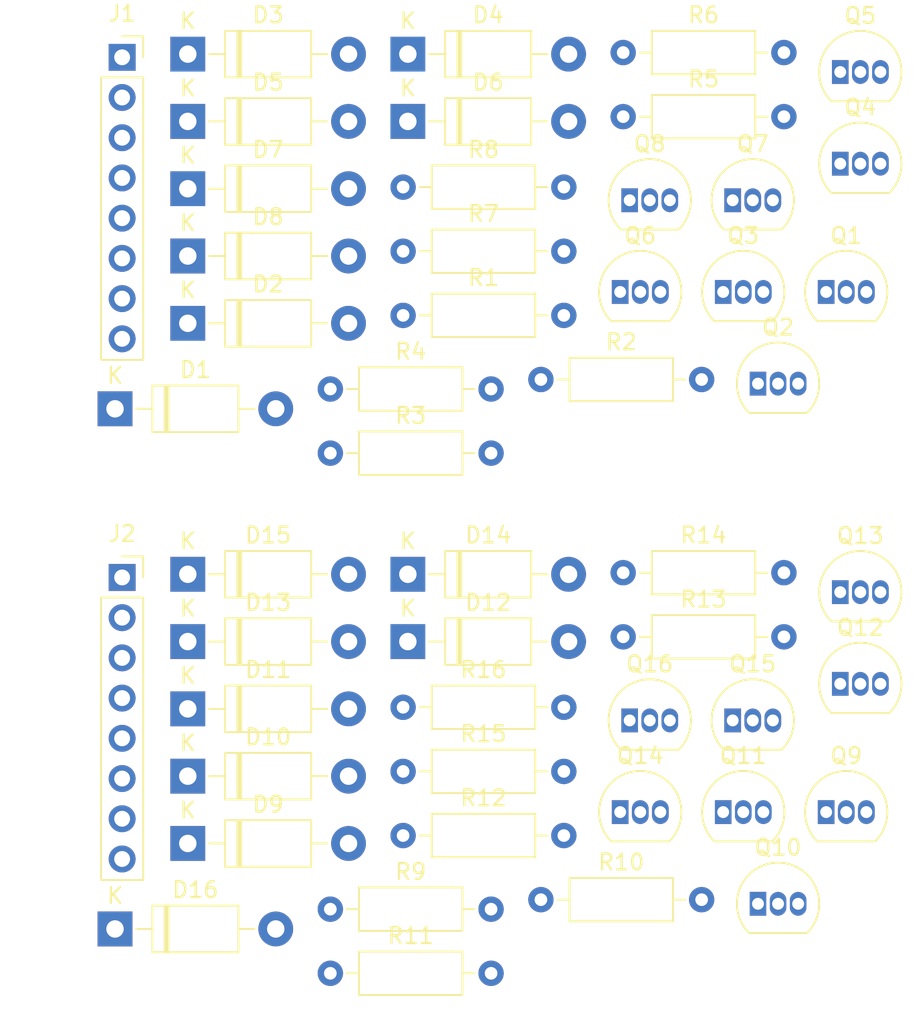
<source format=kicad_pcb>
(kicad_pcb (version 20171130) (host pcbnew 5.1.9-73d0e3b20d~88~ubuntu20.04.1)

  (general
    (thickness 1.6)
    (drawings 0)
    (tracks 0)
    (zones 0)
    (modules 50)
    (nets 66)
  )

  (page A4)
  (layers
    (0 F.Cu signal)
    (31 B.Cu signal)
    (32 B.Adhes user)
    (33 F.Adhes user)
    (34 B.Paste user)
    (35 F.Paste user)
    (36 B.SilkS user)
    (37 F.SilkS user)
    (38 B.Mask user)
    (39 F.Mask user)
    (40 Dwgs.User user)
    (41 Cmts.User user)
    (42 Eco1.User user)
    (43 Eco2.User user)
    (44 Edge.Cuts user)
    (45 Margin user)
    (46 B.CrtYd user)
    (47 F.CrtYd user)
    (48 B.Fab user)
    (49 F.Fab user)
  )

  (setup
    (last_trace_width 0.25)
    (trace_clearance 0.2)
    (zone_clearance 0.508)
    (zone_45_only no)
    (trace_min 0.2)
    (via_size 0.8)
    (via_drill 0.4)
    (via_min_size 0.4)
    (via_min_drill 0.3)
    (uvia_size 0.3)
    (uvia_drill 0.1)
    (uvias_allowed no)
    (uvia_min_size 0.2)
    (uvia_min_drill 0.1)
    (edge_width 0.05)
    (segment_width 0.2)
    (pcb_text_width 0.3)
    (pcb_text_size 1.5 1.5)
    (mod_edge_width 0.12)
    (mod_text_size 1 1)
    (mod_text_width 0.15)
    (pad_size 1.524 1.524)
    (pad_drill 0.762)
    (pad_to_mask_clearance 0)
    (aux_axis_origin 0 0)
    (visible_elements FFFFFF7F)
    (pcbplotparams
      (layerselection 0x010fc_ffffffff)
      (usegerberextensions false)
      (usegerberattributes true)
      (usegerberadvancedattributes true)
      (creategerberjobfile true)
      (excludeedgelayer true)
      (linewidth 0.100000)
      (plotframeref false)
      (viasonmask false)
      (mode 1)
      (useauxorigin false)
      (hpglpennumber 1)
      (hpglpenspeed 20)
      (hpglpendiameter 15.000000)
      (psnegative false)
      (psa4output false)
      (plotreference true)
      (plotvalue true)
      (plotinvisibletext false)
      (padsonsilk false)
      (subtractmaskfromsilk false)
      (outputformat 1)
      (mirror false)
      (drillshape 1)
      (scaleselection 1)
      (outputdirectory ""))
  )

  (net 0 "")
  (net 1 COL1)
  (net 2 COL3)
  (net 3 COL5)
  (net 4 COL7)
  (net 5 COL2)
  (net 6 COL4)
  (net 7 COL6)
  (net 8 COL8)
  (net 9 /ROW1_COL[1-8]/COLLECTOR_ROW1_COL1)
  (net 10 /ROW1_COL[1-8]/COLLECTOR_ROW1_COL3)
  (net 11 /ROW1_COL[1-8]/COLLECTOR_ROW1_COL5)
  (net 12 /ROW1_COL[1-8]/COLLECTOR_ROW1_COL7)
  (net 13 /ROW1_COL[1-8]/COLLECTOR_ROW1_COL2)
  (net 14 /ROW1_COL[1-8]/COLLECTOR_ROW1_COL4)
  (net 15 /ROW1_COL[1-8]/COLLECTOR_ROW1_COL6)
  (net 16 /ROW1_COL[1-8]/COLLECTOR_ROW1_COL8)
  (net 17 COL9)
  (net 18 /ROW1_COL[9-16]/COLLECTOR_ROW1_COL9)
  (net 19 COL11)
  (net 20 /ROW1_COL[9-16]/COLLECTOR_ROW1_COL11)
  (net 21 COL13)
  (net 22 /ROW1_COL[9-16]/COLLECTOR_ROW1_COL13)
  (net 23 COL10)
  (net 24 /ROW1_COL[9-16]/COLLECTOR_ROW1_COL10)
  (net 25 COL12)
  (net 26 /ROW1_COL[9-16]/COLLECTOR_ROW1_COL12)
  (net 27 COL14)
  (net 28 /ROW1_COL[9-16]/COLLECTOR_ROW1_COL14)
  (net 29 /ROW1_COL[1-8]/ENABLE_ROW1_COL1)
  (net 30 /ROW1_COL[1-8]/ENABLE_ROW1_COL2)
  (net 31 /ROW1_COL[1-8]/ENABLE_ROW1_COL3)
  (net 32 /ROW1_COL[1-8]/ENABLE_ROW1_COL4)
  (net 33 /ROW1_COL[1-8]/ENABLE_ROW1_COL5)
  (net 34 /ROW1_COL[1-8]/ENABLE_ROW1_COL6)
  (net 35 /ROW1_COL[1-8]/ENABLE_ROW1_COL7)
  (net 36 /ROW1_COL[1-8]/ENABLE_ROW1_COL8)
  (net 37 /ROW1_COL[9-16]/ENABLE_ROW1_COL9)
  (net 38 /ROW1_COL[9-16]/ENABLE_ROW1_COL10)
  (net 39 /ROW1_COL[9-16]/ENABLE_ROW1_COL11)
  (net 40 /ROW1_COL[9-16]/ENABLE_ROW1_COL12)
  (net 41 /ROW1_COL[9-16]/ENABLE_ROW1_COL13)
  (net 42 /ROW1_COL[9-16]/ENABLE_ROW1_COL14)
  (net 43 ROW1)
  (net 44 /ROW1_COL[1-8]/BASE_ROW1_COL1)
  (net 45 /ROW1_COL[1-8]/BASE_ROW1_COL3)
  (net 46 /ROW1_COL[1-8]/BASE_ROW1_COL5)
  (net 47 /ROW1_COL[1-8]/BASE_ROW1_COL7)
  (net 48 /ROW1_COL[1-8]/BASE_ROW1_COL2)
  (net 49 /ROW1_COL[1-8]/BASE_ROW1_COL4)
  (net 50 /ROW1_COL[1-8]/BASE_ROW1_COL6)
  (net 51 /ROW1_COL[1-8]/BASE_ROW1_COL8)
  (net 52 /ROW1_COL[9-16]/BASE_ROW1_COL9)
  (net 53 /ROW1_COL[9-16]/BASE_ROW1_COL11)
  (net 54 /ROW1_COL[9-16]/BASE_ROW1_COL13)
  (net 55 /ROW1_COL[9-16]/BASE_ROW1_COL10)
  (net 56 /ROW1_COL[9-16]/BASE_ROW1_COL12)
  (net 57 /ROW1_COL[9-16]/BASE_ROW1_COL14)
  (net 58 COL15)
  (net 59 /ROW1_COL[9-16]/COLLECTOR_ROW1_COL15)
  (net 60 COL16)
  (net 61 /ROW1_COL[9-16]/COLLECTOR_ROW1_COL16)
  (net 62 /ROW1_COL[9-16]/ENABLE_ROW1_COL15)
  (net 63 /ROW1_COL[9-16]/ENABLE_ROW1_COL16)
  (net 64 /ROW1_COL[9-16]/BASE_ROW1_COL15)
  (net 65 /ROW1_COL[9-16]/BASE_ROW1_COL16)

  (net_class Default "This is the default net class."
    (clearance 0.2)
    (trace_width 0.25)
    (via_dia 0.8)
    (via_drill 0.4)
    (uvia_dia 0.3)
    (uvia_drill 0.1)
    (add_net /ROW1_COL[1-8]/BASE_ROW1_COL1)
    (add_net /ROW1_COL[1-8]/BASE_ROW1_COL2)
    (add_net /ROW1_COL[1-8]/BASE_ROW1_COL3)
    (add_net /ROW1_COL[1-8]/BASE_ROW1_COL4)
    (add_net /ROW1_COL[1-8]/BASE_ROW1_COL5)
    (add_net /ROW1_COL[1-8]/BASE_ROW1_COL6)
    (add_net /ROW1_COL[1-8]/BASE_ROW1_COL7)
    (add_net /ROW1_COL[1-8]/BASE_ROW1_COL8)
    (add_net /ROW1_COL[1-8]/COLLECTOR_ROW1_COL1)
    (add_net /ROW1_COL[1-8]/COLLECTOR_ROW1_COL2)
    (add_net /ROW1_COL[1-8]/COLLECTOR_ROW1_COL3)
    (add_net /ROW1_COL[1-8]/COLLECTOR_ROW1_COL4)
    (add_net /ROW1_COL[1-8]/COLLECTOR_ROW1_COL5)
    (add_net /ROW1_COL[1-8]/COLLECTOR_ROW1_COL6)
    (add_net /ROW1_COL[1-8]/COLLECTOR_ROW1_COL7)
    (add_net /ROW1_COL[1-8]/COLLECTOR_ROW1_COL8)
    (add_net /ROW1_COL[1-8]/ENABLE_ROW1_COL1)
    (add_net /ROW1_COL[1-8]/ENABLE_ROW1_COL2)
    (add_net /ROW1_COL[1-8]/ENABLE_ROW1_COL3)
    (add_net /ROW1_COL[1-8]/ENABLE_ROW1_COL4)
    (add_net /ROW1_COL[1-8]/ENABLE_ROW1_COL5)
    (add_net /ROW1_COL[1-8]/ENABLE_ROW1_COL6)
    (add_net /ROW1_COL[1-8]/ENABLE_ROW1_COL7)
    (add_net /ROW1_COL[1-8]/ENABLE_ROW1_COL8)
    (add_net /ROW1_COL[9-16]/BASE_ROW1_COL10)
    (add_net /ROW1_COL[9-16]/BASE_ROW1_COL11)
    (add_net /ROW1_COL[9-16]/BASE_ROW1_COL12)
    (add_net /ROW1_COL[9-16]/BASE_ROW1_COL13)
    (add_net /ROW1_COL[9-16]/BASE_ROW1_COL14)
    (add_net /ROW1_COL[9-16]/BASE_ROW1_COL15)
    (add_net /ROW1_COL[9-16]/BASE_ROW1_COL16)
    (add_net /ROW1_COL[9-16]/BASE_ROW1_COL9)
    (add_net /ROW1_COL[9-16]/COLLECTOR_ROW1_COL10)
    (add_net /ROW1_COL[9-16]/COLLECTOR_ROW1_COL11)
    (add_net /ROW1_COL[9-16]/COLLECTOR_ROW1_COL12)
    (add_net /ROW1_COL[9-16]/COLLECTOR_ROW1_COL13)
    (add_net /ROW1_COL[9-16]/COLLECTOR_ROW1_COL14)
    (add_net /ROW1_COL[9-16]/COLLECTOR_ROW1_COL15)
    (add_net /ROW1_COL[9-16]/COLLECTOR_ROW1_COL16)
    (add_net /ROW1_COL[9-16]/COLLECTOR_ROW1_COL9)
    (add_net /ROW1_COL[9-16]/ENABLE_ROW1_COL10)
    (add_net /ROW1_COL[9-16]/ENABLE_ROW1_COL11)
    (add_net /ROW1_COL[9-16]/ENABLE_ROW1_COL12)
    (add_net /ROW1_COL[9-16]/ENABLE_ROW1_COL13)
    (add_net /ROW1_COL[9-16]/ENABLE_ROW1_COL14)
    (add_net /ROW1_COL[9-16]/ENABLE_ROW1_COL15)
    (add_net /ROW1_COL[9-16]/ENABLE_ROW1_COL16)
    (add_net /ROW1_COL[9-16]/ENABLE_ROW1_COL9)
    (add_net COL1)
    (add_net COL10)
    (add_net COL11)
    (add_net COL12)
    (add_net COL13)
    (add_net COL14)
    (add_net COL15)
    (add_net COL16)
    (add_net COL2)
    (add_net COL3)
    (add_net COL4)
    (add_net COL5)
    (add_net COL6)
    (add_net COL7)
    (add_net COL8)
    (add_net COL9)
    (add_net ROW1)
  )

  (module Resistor_THT:R_Axial_DIN0207_L6.3mm_D2.5mm_P10.16mm_Horizontal (layer F.Cu) (tedit 5AE5139B) (tstamp 637C4E6E)
    (at 34.4152 57.8644)
    (descr "Resistor, Axial_DIN0207 series, Axial, Horizontal, pin pitch=10.16mm, 0.25W = 1/4W, length*diameter=6.3*2.5mm^2, http://cdn-reichelt.de/documents/datenblatt/B400/1_4W%23YAG.pdf")
    (tags "Resistor Axial_DIN0207 series Axial Horizontal pin pitch 10.16mm 0.25W = 1/4W length 6.3mm diameter 2.5mm")
    (path /637E1AA3/637DD2A3)
    (fp_text reference R16 (at 5.08 -2.37) (layer F.SilkS)
      (effects (font (size 1 1) (thickness 0.15)))
    )
    (fp_text value 1k (at 5.08 2.37) (layer F.Fab)
      (effects (font (size 1 1) (thickness 0.15)))
    )
    (fp_text user %R (at 5.08 0) (layer F.Fab)
      (effects (font (size 1 1) (thickness 0.15)))
    )
    (fp_line (start 1.93 -1.25) (end 1.93 1.25) (layer F.Fab) (width 0.1))
    (fp_line (start 1.93 1.25) (end 8.23 1.25) (layer F.Fab) (width 0.1))
    (fp_line (start 8.23 1.25) (end 8.23 -1.25) (layer F.Fab) (width 0.1))
    (fp_line (start 8.23 -1.25) (end 1.93 -1.25) (layer F.Fab) (width 0.1))
    (fp_line (start 0 0) (end 1.93 0) (layer F.Fab) (width 0.1))
    (fp_line (start 10.16 0) (end 8.23 0) (layer F.Fab) (width 0.1))
    (fp_line (start 1.81 -1.37) (end 1.81 1.37) (layer F.SilkS) (width 0.12))
    (fp_line (start 1.81 1.37) (end 8.35 1.37) (layer F.SilkS) (width 0.12))
    (fp_line (start 8.35 1.37) (end 8.35 -1.37) (layer F.SilkS) (width 0.12))
    (fp_line (start 8.35 -1.37) (end 1.81 -1.37) (layer F.SilkS) (width 0.12))
    (fp_line (start 1.04 0) (end 1.81 0) (layer F.SilkS) (width 0.12))
    (fp_line (start 9.12 0) (end 8.35 0) (layer F.SilkS) (width 0.12))
    (fp_line (start -1.05 -1.5) (end -1.05 1.5) (layer F.CrtYd) (width 0.05))
    (fp_line (start -1.05 1.5) (end 11.21 1.5) (layer F.CrtYd) (width 0.05))
    (fp_line (start 11.21 1.5) (end 11.21 -1.5) (layer F.CrtYd) (width 0.05))
    (fp_line (start 11.21 -1.5) (end -1.05 -1.5) (layer F.CrtYd) (width 0.05))
    (pad 2 thru_hole oval (at 10.16 0) (size 1.6 1.6) (drill 0.8) (layers *.Cu *.Mask)
      (net 65 /ROW1_COL[9-16]/BASE_ROW1_COL16))
    (pad 1 thru_hole circle (at 0 0) (size 1.6 1.6) (drill 0.8) (layers *.Cu *.Mask)
      (net 63 /ROW1_COL[9-16]/ENABLE_ROW1_COL16))
    (model ${KISYS3DMOD}/Resistor_THT.3dshapes/R_Axial_DIN0207_L6.3mm_D2.5mm_P10.16mm_Horizontal.wrl
      (at (xyz 0 0 0))
      (scale (xyz 1 1 1))
      (rotate (xyz 0 0 0))
    )
  )

  (module Resistor_THT:R_Axial_DIN0207_L6.3mm_D2.5mm_P10.16mm_Horizontal (layer F.Cu) (tedit 5AE5139B) (tstamp 637C4E57)
    (at 34.4152 61.9144)
    (descr "Resistor, Axial_DIN0207 series, Axial, Horizontal, pin pitch=10.16mm, 0.25W = 1/4W, length*diameter=6.3*2.5mm^2, http://cdn-reichelt.de/documents/datenblatt/B400/1_4W%23YAG.pdf")
    (tags "Resistor Axial_DIN0207 series Axial Horizontal pin pitch 10.16mm 0.25W = 1/4W length 6.3mm diameter 2.5mm")
    (path /637E1AA3/63813D3E)
    (fp_text reference R15 (at 5.08 -2.37) (layer F.SilkS)
      (effects (font (size 1 1) (thickness 0.15)))
    )
    (fp_text value 1k (at 5.08 2.37) (layer F.Fab)
      (effects (font (size 1 1) (thickness 0.15)))
    )
    (fp_text user %R (at 5.08 0) (layer F.Fab)
      (effects (font (size 1 1) (thickness 0.15)))
    )
    (fp_line (start 1.93 -1.25) (end 1.93 1.25) (layer F.Fab) (width 0.1))
    (fp_line (start 1.93 1.25) (end 8.23 1.25) (layer F.Fab) (width 0.1))
    (fp_line (start 8.23 1.25) (end 8.23 -1.25) (layer F.Fab) (width 0.1))
    (fp_line (start 8.23 -1.25) (end 1.93 -1.25) (layer F.Fab) (width 0.1))
    (fp_line (start 0 0) (end 1.93 0) (layer F.Fab) (width 0.1))
    (fp_line (start 10.16 0) (end 8.23 0) (layer F.Fab) (width 0.1))
    (fp_line (start 1.81 -1.37) (end 1.81 1.37) (layer F.SilkS) (width 0.12))
    (fp_line (start 1.81 1.37) (end 8.35 1.37) (layer F.SilkS) (width 0.12))
    (fp_line (start 8.35 1.37) (end 8.35 -1.37) (layer F.SilkS) (width 0.12))
    (fp_line (start 8.35 -1.37) (end 1.81 -1.37) (layer F.SilkS) (width 0.12))
    (fp_line (start 1.04 0) (end 1.81 0) (layer F.SilkS) (width 0.12))
    (fp_line (start 9.12 0) (end 8.35 0) (layer F.SilkS) (width 0.12))
    (fp_line (start -1.05 -1.5) (end -1.05 1.5) (layer F.CrtYd) (width 0.05))
    (fp_line (start -1.05 1.5) (end 11.21 1.5) (layer F.CrtYd) (width 0.05))
    (fp_line (start 11.21 1.5) (end 11.21 -1.5) (layer F.CrtYd) (width 0.05))
    (fp_line (start 11.21 -1.5) (end -1.05 -1.5) (layer F.CrtYd) (width 0.05))
    (pad 2 thru_hole oval (at 10.16 0) (size 1.6 1.6) (drill 0.8) (layers *.Cu *.Mask)
      (net 57 /ROW1_COL[9-16]/BASE_ROW1_COL14))
    (pad 1 thru_hole circle (at 0 0) (size 1.6 1.6) (drill 0.8) (layers *.Cu *.Mask)
      (net 42 /ROW1_COL[9-16]/ENABLE_ROW1_COL14))
    (model ${KISYS3DMOD}/Resistor_THT.3dshapes/R_Axial_DIN0207_L6.3mm_D2.5mm_P10.16mm_Horizontal.wrl
      (at (xyz 0 0 0))
      (scale (xyz 1 1 1))
      (rotate (xyz 0 0 0))
    )
  )

  (module Resistor_THT:R_Axial_DIN0207_L6.3mm_D2.5mm_P10.16mm_Horizontal (layer F.Cu) (tedit 5AE5139B) (tstamp 637C4E40)
    (at 48.3252 49.3644)
    (descr "Resistor, Axial_DIN0207 series, Axial, Horizontal, pin pitch=10.16mm, 0.25W = 1/4W, length*diameter=6.3*2.5mm^2, http://cdn-reichelt.de/documents/datenblatt/B400/1_4W%23YAG.pdf")
    (tags "Resistor Axial_DIN0207 series Axial Horizontal pin pitch 10.16mm 0.25W = 1/4W length 6.3mm diameter 2.5mm")
    (path /637E1AA3/63813D3B)
    (fp_text reference R14 (at 5.08 -2.37) (layer F.SilkS)
      (effects (font (size 1 1) (thickness 0.15)))
    )
    (fp_text value 1k (at 5.08 2.37) (layer F.Fab)
      (effects (font (size 1 1) (thickness 0.15)))
    )
    (fp_text user %R (at 5.08 0) (layer F.Fab)
      (effects (font (size 1 1) (thickness 0.15)))
    )
    (fp_line (start 1.93 -1.25) (end 1.93 1.25) (layer F.Fab) (width 0.1))
    (fp_line (start 1.93 1.25) (end 8.23 1.25) (layer F.Fab) (width 0.1))
    (fp_line (start 8.23 1.25) (end 8.23 -1.25) (layer F.Fab) (width 0.1))
    (fp_line (start 8.23 -1.25) (end 1.93 -1.25) (layer F.Fab) (width 0.1))
    (fp_line (start 0 0) (end 1.93 0) (layer F.Fab) (width 0.1))
    (fp_line (start 10.16 0) (end 8.23 0) (layer F.Fab) (width 0.1))
    (fp_line (start 1.81 -1.37) (end 1.81 1.37) (layer F.SilkS) (width 0.12))
    (fp_line (start 1.81 1.37) (end 8.35 1.37) (layer F.SilkS) (width 0.12))
    (fp_line (start 8.35 1.37) (end 8.35 -1.37) (layer F.SilkS) (width 0.12))
    (fp_line (start 8.35 -1.37) (end 1.81 -1.37) (layer F.SilkS) (width 0.12))
    (fp_line (start 1.04 0) (end 1.81 0) (layer F.SilkS) (width 0.12))
    (fp_line (start 9.12 0) (end 8.35 0) (layer F.SilkS) (width 0.12))
    (fp_line (start -1.05 -1.5) (end -1.05 1.5) (layer F.CrtYd) (width 0.05))
    (fp_line (start -1.05 1.5) (end 11.21 1.5) (layer F.CrtYd) (width 0.05))
    (fp_line (start 11.21 1.5) (end 11.21 -1.5) (layer F.CrtYd) (width 0.05))
    (fp_line (start 11.21 -1.5) (end -1.05 -1.5) (layer F.CrtYd) (width 0.05))
    (pad 2 thru_hole oval (at 10.16 0) (size 1.6 1.6) (drill 0.8) (layers *.Cu *.Mask)
      (net 56 /ROW1_COL[9-16]/BASE_ROW1_COL12))
    (pad 1 thru_hole circle (at 0 0) (size 1.6 1.6) (drill 0.8) (layers *.Cu *.Mask)
      (net 40 /ROW1_COL[9-16]/ENABLE_ROW1_COL12))
    (model ${KISYS3DMOD}/Resistor_THT.3dshapes/R_Axial_DIN0207_L6.3mm_D2.5mm_P10.16mm_Horizontal.wrl
      (at (xyz 0 0 0))
      (scale (xyz 1 1 1))
      (rotate (xyz 0 0 0))
    )
  )

  (module Resistor_THT:R_Axial_DIN0207_L6.3mm_D2.5mm_P10.16mm_Horizontal (layer F.Cu) (tedit 5AE5139B) (tstamp 637C4E29)
    (at 48.3252 53.4144)
    (descr "Resistor, Axial_DIN0207 series, Axial, Horizontal, pin pitch=10.16mm, 0.25W = 1/4W, length*diameter=6.3*2.5mm^2, http://cdn-reichelt.de/documents/datenblatt/B400/1_4W%23YAG.pdf")
    (tags "Resistor Axial_DIN0207 series Axial Horizontal pin pitch 10.16mm 0.25W = 1/4W length 6.3mm diameter 2.5mm")
    (path /637E1AA3/63813D38)
    (fp_text reference R13 (at 5.08 -2.37) (layer F.SilkS)
      (effects (font (size 1 1) (thickness 0.15)))
    )
    (fp_text value 1k (at 5.08 2.37) (layer F.Fab)
      (effects (font (size 1 1) (thickness 0.15)))
    )
    (fp_text user %R (at 5.08 0) (layer F.Fab)
      (effects (font (size 1 1) (thickness 0.15)))
    )
    (fp_line (start 1.93 -1.25) (end 1.93 1.25) (layer F.Fab) (width 0.1))
    (fp_line (start 1.93 1.25) (end 8.23 1.25) (layer F.Fab) (width 0.1))
    (fp_line (start 8.23 1.25) (end 8.23 -1.25) (layer F.Fab) (width 0.1))
    (fp_line (start 8.23 -1.25) (end 1.93 -1.25) (layer F.Fab) (width 0.1))
    (fp_line (start 0 0) (end 1.93 0) (layer F.Fab) (width 0.1))
    (fp_line (start 10.16 0) (end 8.23 0) (layer F.Fab) (width 0.1))
    (fp_line (start 1.81 -1.37) (end 1.81 1.37) (layer F.SilkS) (width 0.12))
    (fp_line (start 1.81 1.37) (end 8.35 1.37) (layer F.SilkS) (width 0.12))
    (fp_line (start 8.35 1.37) (end 8.35 -1.37) (layer F.SilkS) (width 0.12))
    (fp_line (start 8.35 -1.37) (end 1.81 -1.37) (layer F.SilkS) (width 0.12))
    (fp_line (start 1.04 0) (end 1.81 0) (layer F.SilkS) (width 0.12))
    (fp_line (start 9.12 0) (end 8.35 0) (layer F.SilkS) (width 0.12))
    (fp_line (start -1.05 -1.5) (end -1.05 1.5) (layer F.CrtYd) (width 0.05))
    (fp_line (start -1.05 1.5) (end 11.21 1.5) (layer F.CrtYd) (width 0.05))
    (fp_line (start 11.21 1.5) (end 11.21 -1.5) (layer F.CrtYd) (width 0.05))
    (fp_line (start 11.21 -1.5) (end -1.05 -1.5) (layer F.CrtYd) (width 0.05))
    (pad 2 thru_hole oval (at 10.16 0) (size 1.6 1.6) (drill 0.8) (layers *.Cu *.Mask)
      (net 55 /ROW1_COL[9-16]/BASE_ROW1_COL10))
    (pad 1 thru_hole circle (at 0 0) (size 1.6 1.6) (drill 0.8) (layers *.Cu *.Mask)
      (net 38 /ROW1_COL[9-16]/ENABLE_ROW1_COL10))
    (model ${KISYS3DMOD}/Resistor_THT.3dshapes/R_Axial_DIN0207_L6.3mm_D2.5mm_P10.16mm_Horizontal.wrl
      (at (xyz 0 0 0))
      (scale (xyz 1 1 1))
      (rotate (xyz 0 0 0))
    )
  )

  (module Resistor_THT:R_Axial_DIN0207_L6.3mm_D2.5mm_P10.16mm_Horizontal (layer F.Cu) (tedit 5AE5139B) (tstamp 637C4E12)
    (at 34.4152 65.9644)
    (descr "Resistor, Axial_DIN0207 series, Axial, Horizontal, pin pitch=10.16mm, 0.25W = 1/4W, length*diameter=6.3*2.5mm^2, http://cdn-reichelt.de/documents/datenblatt/B400/1_4W%23YAG.pdf")
    (tags "Resistor Axial_DIN0207 series Axial Horizontal pin pitch 10.16mm 0.25W = 1/4W length 6.3mm diameter 2.5mm")
    (path /637E1AA3/637DD22C)
    (fp_text reference R12 (at 5.08 -2.37) (layer F.SilkS)
      (effects (font (size 1 1) (thickness 0.15)))
    )
    (fp_text value 1k (at 5.08 2.37) (layer F.Fab)
      (effects (font (size 1 1) (thickness 0.15)))
    )
    (fp_text user %R (at 5.08 0) (layer F.Fab)
      (effects (font (size 1 1) (thickness 0.15)))
    )
    (fp_line (start 1.93 -1.25) (end 1.93 1.25) (layer F.Fab) (width 0.1))
    (fp_line (start 1.93 1.25) (end 8.23 1.25) (layer F.Fab) (width 0.1))
    (fp_line (start 8.23 1.25) (end 8.23 -1.25) (layer F.Fab) (width 0.1))
    (fp_line (start 8.23 -1.25) (end 1.93 -1.25) (layer F.Fab) (width 0.1))
    (fp_line (start 0 0) (end 1.93 0) (layer F.Fab) (width 0.1))
    (fp_line (start 10.16 0) (end 8.23 0) (layer F.Fab) (width 0.1))
    (fp_line (start 1.81 -1.37) (end 1.81 1.37) (layer F.SilkS) (width 0.12))
    (fp_line (start 1.81 1.37) (end 8.35 1.37) (layer F.SilkS) (width 0.12))
    (fp_line (start 8.35 1.37) (end 8.35 -1.37) (layer F.SilkS) (width 0.12))
    (fp_line (start 8.35 -1.37) (end 1.81 -1.37) (layer F.SilkS) (width 0.12))
    (fp_line (start 1.04 0) (end 1.81 0) (layer F.SilkS) (width 0.12))
    (fp_line (start 9.12 0) (end 8.35 0) (layer F.SilkS) (width 0.12))
    (fp_line (start -1.05 -1.5) (end -1.05 1.5) (layer F.CrtYd) (width 0.05))
    (fp_line (start -1.05 1.5) (end 11.21 1.5) (layer F.CrtYd) (width 0.05))
    (fp_line (start 11.21 1.5) (end 11.21 -1.5) (layer F.CrtYd) (width 0.05))
    (fp_line (start 11.21 -1.5) (end -1.05 -1.5) (layer F.CrtYd) (width 0.05))
    (pad 2 thru_hole oval (at 10.16 0) (size 1.6 1.6) (drill 0.8) (layers *.Cu *.Mask)
      (net 64 /ROW1_COL[9-16]/BASE_ROW1_COL15))
    (pad 1 thru_hole circle (at 0 0) (size 1.6 1.6) (drill 0.8) (layers *.Cu *.Mask)
      (net 62 /ROW1_COL[9-16]/ENABLE_ROW1_COL15))
    (model ${KISYS3DMOD}/Resistor_THT.3dshapes/R_Axial_DIN0207_L6.3mm_D2.5mm_P10.16mm_Horizontal.wrl
      (at (xyz 0 0 0))
      (scale (xyz 1 1 1))
      (rotate (xyz 0 0 0))
    )
  )

  (module Resistor_THT:R_Axial_DIN0207_L6.3mm_D2.5mm_P10.16mm_Horizontal (layer F.Cu) (tedit 5AE5139B) (tstamp 637C4DFB)
    (at 29.8152 74.6644)
    (descr "Resistor, Axial_DIN0207 series, Axial, Horizontal, pin pitch=10.16mm, 0.25W = 1/4W, length*diameter=6.3*2.5mm^2, http://cdn-reichelt.de/documents/datenblatt/B400/1_4W%23YAG.pdf")
    (tags "Resistor Axial_DIN0207 series Axial Horizontal pin pitch 10.16mm 0.25W = 1/4W length 6.3mm diameter 2.5mm")
    (path /637E1AA3/63813D31)
    (fp_text reference R11 (at 5.08 -2.37) (layer F.SilkS)
      (effects (font (size 1 1) (thickness 0.15)))
    )
    (fp_text value 1k (at 5.08 2.37) (layer F.Fab)
      (effects (font (size 1 1) (thickness 0.15)))
    )
    (fp_text user %R (at 5.08 0) (layer F.Fab)
      (effects (font (size 1 1) (thickness 0.15)))
    )
    (fp_line (start 1.93 -1.25) (end 1.93 1.25) (layer F.Fab) (width 0.1))
    (fp_line (start 1.93 1.25) (end 8.23 1.25) (layer F.Fab) (width 0.1))
    (fp_line (start 8.23 1.25) (end 8.23 -1.25) (layer F.Fab) (width 0.1))
    (fp_line (start 8.23 -1.25) (end 1.93 -1.25) (layer F.Fab) (width 0.1))
    (fp_line (start 0 0) (end 1.93 0) (layer F.Fab) (width 0.1))
    (fp_line (start 10.16 0) (end 8.23 0) (layer F.Fab) (width 0.1))
    (fp_line (start 1.81 -1.37) (end 1.81 1.37) (layer F.SilkS) (width 0.12))
    (fp_line (start 1.81 1.37) (end 8.35 1.37) (layer F.SilkS) (width 0.12))
    (fp_line (start 8.35 1.37) (end 8.35 -1.37) (layer F.SilkS) (width 0.12))
    (fp_line (start 8.35 -1.37) (end 1.81 -1.37) (layer F.SilkS) (width 0.12))
    (fp_line (start 1.04 0) (end 1.81 0) (layer F.SilkS) (width 0.12))
    (fp_line (start 9.12 0) (end 8.35 0) (layer F.SilkS) (width 0.12))
    (fp_line (start -1.05 -1.5) (end -1.05 1.5) (layer F.CrtYd) (width 0.05))
    (fp_line (start -1.05 1.5) (end 11.21 1.5) (layer F.CrtYd) (width 0.05))
    (fp_line (start 11.21 1.5) (end 11.21 -1.5) (layer F.CrtYd) (width 0.05))
    (fp_line (start 11.21 -1.5) (end -1.05 -1.5) (layer F.CrtYd) (width 0.05))
    (pad 2 thru_hole oval (at 10.16 0) (size 1.6 1.6) (drill 0.8) (layers *.Cu *.Mask)
      (net 54 /ROW1_COL[9-16]/BASE_ROW1_COL13))
    (pad 1 thru_hole circle (at 0 0) (size 1.6 1.6) (drill 0.8) (layers *.Cu *.Mask)
      (net 41 /ROW1_COL[9-16]/ENABLE_ROW1_COL13))
    (model ${KISYS3DMOD}/Resistor_THT.3dshapes/R_Axial_DIN0207_L6.3mm_D2.5mm_P10.16mm_Horizontal.wrl
      (at (xyz 0 0 0))
      (scale (xyz 1 1 1))
      (rotate (xyz 0 0 0))
    )
  )

  (module Resistor_THT:R_Axial_DIN0207_L6.3mm_D2.5mm_P10.16mm_Horizontal (layer F.Cu) (tedit 5AE5139B) (tstamp 637C4DE4)
    (at 43.1252 70.0144)
    (descr "Resistor, Axial_DIN0207 series, Axial, Horizontal, pin pitch=10.16mm, 0.25W = 1/4W, length*diameter=6.3*2.5mm^2, http://cdn-reichelt.de/documents/datenblatt/B400/1_4W%23YAG.pdf")
    (tags "Resistor Axial_DIN0207 series Axial Horizontal pin pitch 10.16mm 0.25W = 1/4W length 6.3mm diameter 2.5mm")
    (path /637E1AA3/637DD1F9)
    (fp_text reference R10 (at 5.08 -2.37) (layer F.SilkS)
      (effects (font (size 1 1) (thickness 0.15)))
    )
    (fp_text value 1k (at 5.08 2.37) (layer F.Fab)
      (effects (font (size 1 1) (thickness 0.15)))
    )
    (fp_text user %R (at 5.08 0) (layer F.Fab)
      (effects (font (size 1 1) (thickness 0.15)))
    )
    (fp_line (start 1.93 -1.25) (end 1.93 1.25) (layer F.Fab) (width 0.1))
    (fp_line (start 1.93 1.25) (end 8.23 1.25) (layer F.Fab) (width 0.1))
    (fp_line (start 8.23 1.25) (end 8.23 -1.25) (layer F.Fab) (width 0.1))
    (fp_line (start 8.23 -1.25) (end 1.93 -1.25) (layer F.Fab) (width 0.1))
    (fp_line (start 0 0) (end 1.93 0) (layer F.Fab) (width 0.1))
    (fp_line (start 10.16 0) (end 8.23 0) (layer F.Fab) (width 0.1))
    (fp_line (start 1.81 -1.37) (end 1.81 1.37) (layer F.SilkS) (width 0.12))
    (fp_line (start 1.81 1.37) (end 8.35 1.37) (layer F.SilkS) (width 0.12))
    (fp_line (start 8.35 1.37) (end 8.35 -1.37) (layer F.SilkS) (width 0.12))
    (fp_line (start 8.35 -1.37) (end 1.81 -1.37) (layer F.SilkS) (width 0.12))
    (fp_line (start 1.04 0) (end 1.81 0) (layer F.SilkS) (width 0.12))
    (fp_line (start 9.12 0) (end 8.35 0) (layer F.SilkS) (width 0.12))
    (fp_line (start -1.05 -1.5) (end -1.05 1.5) (layer F.CrtYd) (width 0.05))
    (fp_line (start -1.05 1.5) (end 11.21 1.5) (layer F.CrtYd) (width 0.05))
    (fp_line (start 11.21 1.5) (end 11.21 -1.5) (layer F.CrtYd) (width 0.05))
    (fp_line (start 11.21 -1.5) (end -1.05 -1.5) (layer F.CrtYd) (width 0.05))
    (pad 2 thru_hole oval (at 10.16 0) (size 1.6 1.6) (drill 0.8) (layers *.Cu *.Mask)
      (net 53 /ROW1_COL[9-16]/BASE_ROW1_COL11))
    (pad 1 thru_hole circle (at 0 0) (size 1.6 1.6) (drill 0.8) (layers *.Cu *.Mask)
      (net 39 /ROW1_COL[9-16]/ENABLE_ROW1_COL11))
    (model ${KISYS3DMOD}/Resistor_THT.3dshapes/R_Axial_DIN0207_L6.3mm_D2.5mm_P10.16mm_Horizontal.wrl
      (at (xyz 0 0 0))
      (scale (xyz 1 1 1))
      (rotate (xyz 0 0 0))
    )
  )

  (module Resistor_THT:R_Axial_DIN0207_L6.3mm_D2.5mm_P10.16mm_Horizontal (layer F.Cu) (tedit 5AE5139B) (tstamp 637C4DCD)
    (at 29.8152 70.6144)
    (descr "Resistor, Axial_DIN0207 series, Axial, Horizontal, pin pitch=10.16mm, 0.25W = 1/4W, length*diameter=6.3*2.5mm^2, http://cdn-reichelt.de/documents/datenblatt/B400/1_4W%23YAG.pdf")
    (tags "Resistor Axial_DIN0207 series Axial Horizontal pin pitch 10.16mm 0.25W = 1/4W length 6.3mm diameter 2.5mm")
    (path /637E1AA3/637DD1DF)
    (fp_text reference R9 (at 5.08 -2.37) (layer F.SilkS)
      (effects (font (size 1 1) (thickness 0.15)))
    )
    (fp_text value 1k (at 5.08 2.37) (layer F.Fab)
      (effects (font (size 1 1) (thickness 0.15)))
    )
    (fp_text user %R (at 5.08 0) (layer F.Fab)
      (effects (font (size 1 1) (thickness 0.15)))
    )
    (fp_line (start 1.93 -1.25) (end 1.93 1.25) (layer F.Fab) (width 0.1))
    (fp_line (start 1.93 1.25) (end 8.23 1.25) (layer F.Fab) (width 0.1))
    (fp_line (start 8.23 1.25) (end 8.23 -1.25) (layer F.Fab) (width 0.1))
    (fp_line (start 8.23 -1.25) (end 1.93 -1.25) (layer F.Fab) (width 0.1))
    (fp_line (start 0 0) (end 1.93 0) (layer F.Fab) (width 0.1))
    (fp_line (start 10.16 0) (end 8.23 0) (layer F.Fab) (width 0.1))
    (fp_line (start 1.81 -1.37) (end 1.81 1.37) (layer F.SilkS) (width 0.12))
    (fp_line (start 1.81 1.37) (end 8.35 1.37) (layer F.SilkS) (width 0.12))
    (fp_line (start 8.35 1.37) (end 8.35 -1.37) (layer F.SilkS) (width 0.12))
    (fp_line (start 8.35 -1.37) (end 1.81 -1.37) (layer F.SilkS) (width 0.12))
    (fp_line (start 1.04 0) (end 1.81 0) (layer F.SilkS) (width 0.12))
    (fp_line (start 9.12 0) (end 8.35 0) (layer F.SilkS) (width 0.12))
    (fp_line (start -1.05 -1.5) (end -1.05 1.5) (layer F.CrtYd) (width 0.05))
    (fp_line (start -1.05 1.5) (end 11.21 1.5) (layer F.CrtYd) (width 0.05))
    (fp_line (start 11.21 1.5) (end 11.21 -1.5) (layer F.CrtYd) (width 0.05))
    (fp_line (start 11.21 -1.5) (end -1.05 -1.5) (layer F.CrtYd) (width 0.05))
    (pad 2 thru_hole oval (at 10.16 0) (size 1.6 1.6) (drill 0.8) (layers *.Cu *.Mask)
      (net 52 /ROW1_COL[9-16]/BASE_ROW1_COL9))
    (pad 1 thru_hole circle (at 0 0) (size 1.6 1.6) (drill 0.8) (layers *.Cu *.Mask)
      (net 37 /ROW1_COL[9-16]/ENABLE_ROW1_COL9))
    (model ${KISYS3DMOD}/Resistor_THT.3dshapes/R_Axial_DIN0207_L6.3mm_D2.5mm_P10.16mm_Horizontal.wrl
      (at (xyz 0 0 0))
      (scale (xyz 1 1 1))
      (rotate (xyz 0 0 0))
    )
  )

  (module Resistor_THT:R_Axial_DIN0207_L6.3mm_D2.5mm_P10.16mm_Horizontal (layer F.Cu) (tedit 5AE5139B) (tstamp 637C4DB6)
    (at 34.4152 25.0144)
    (descr "Resistor, Axial_DIN0207 series, Axial, Horizontal, pin pitch=10.16mm, 0.25W = 1/4W, length*diameter=6.3*2.5mm^2, http://cdn-reichelt.de/documents/datenblatt/B400/1_4W%23YAG.pdf")
    (tags "Resistor Axial_DIN0207 series Axial Horizontal pin pitch 10.16mm 0.25W = 1/4W length 6.3mm diameter 2.5mm")
    (path /637C5DE2/63813D41)
    (fp_text reference R8 (at 5.08 -2.37) (layer F.SilkS)
      (effects (font (size 1 1) (thickness 0.15)))
    )
    (fp_text value 1k (at 5.08 2.37) (layer F.Fab)
      (effects (font (size 1 1) (thickness 0.15)))
    )
    (fp_text user %R (at 5.08 0) (layer F.Fab)
      (effects (font (size 1 1) (thickness 0.15)))
    )
    (fp_line (start 1.93 -1.25) (end 1.93 1.25) (layer F.Fab) (width 0.1))
    (fp_line (start 1.93 1.25) (end 8.23 1.25) (layer F.Fab) (width 0.1))
    (fp_line (start 8.23 1.25) (end 8.23 -1.25) (layer F.Fab) (width 0.1))
    (fp_line (start 8.23 -1.25) (end 1.93 -1.25) (layer F.Fab) (width 0.1))
    (fp_line (start 0 0) (end 1.93 0) (layer F.Fab) (width 0.1))
    (fp_line (start 10.16 0) (end 8.23 0) (layer F.Fab) (width 0.1))
    (fp_line (start 1.81 -1.37) (end 1.81 1.37) (layer F.SilkS) (width 0.12))
    (fp_line (start 1.81 1.37) (end 8.35 1.37) (layer F.SilkS) (width 0.12))
    (fp_line (start 8.35 1.37) (end 8.35 -1.37) (layer F.SilkS) (width 0.12))
    (fp_line (start 8.35 -1.37) (end 1.81 -1.37) (layer F.SilkS) (width 0.12))
    (fp_line (start 1.04 0) (end 1.81 0) (layer F.SilkS) (width 0.12))
    (fp_line (start 9.12 0) (end 8.35 0) (layer F.SilkS) (width 0.12))
    (fp_line (start -1.05 -1.5) (end -1.05 1.5) (layer F.CrtYd) (width 0.05))
    (fp_line (start -1.05 1.5) (end 11.21 1.5) (layer F.CrtYd) (width 0.05))
    (fp_line (start 11.21 1.5) (end 11.21 -1.5) (layer F.CrtYd) (width 0.05))
    (fp_line (start 11.21 -1.5) (end -1.05 -1.5) (layer F.CrtYd) (width 0.05))
    (pad 2 thru_hole oval (at 10.16 0) (size 1.6 1.6) (drill 0.8) (layers *.Cu *.Mask)
      (net 51 /ROW1_COL[1-8]/BASE_ROW1_COL8))
    (pad 1 thru_hole circle (at 0 0) (size 1.6 1.6) (drill 0.8) (layers *.Cu *.Mask)
      (net 36 /ROW1_COL[1-8]/ENABLE_ROW1_COL8))
    (model ${KISYS3DMOD}/Resistor_THT.3dshapes/R_Axial_DIN0207_L6.3mm_D2.5mm_P10.16mm_Horizontal.wrl
      (at (xyz 0 0 0))
      (scale (xyz 1 1 1))
      (rotate (xyz 0 0 0))
    )
  )

  (module Resistor_THT:R_Axial_DIN0207_L6.3mm_D2.5mm_P10.16mm_Horizontal (layer F.Cu) (tedit 5AE5139B) (tstamp 637C4D9F)
    (at 34.4152 29.0644)
    (descr "Resistor, Axial_DIN0207 series, Axial, Horizontal, pin pitch=10.16mm, 0.25W = 1/4W, length*diameter=6.3*2.5mm^2, http://cdn-reichelt.de/documents/datenblatt/B400/1_4W%23YAG.pdf")
    (tags "Resistor Axial_DIN0207 series Axial Horizontal pin pitch 10.16mm 0.25W = 1/4W length 6.3mm diameter 2.5mm")
    (path /637C5DE2/637DD289)
    (fp_text reference R7 (at 5.08 -2.37) (layer F.SilkS)
      (effects (font (size 1 1) (thickness 0.15)))
    )
    (fp_text value 1k (at 5.08 2.37) (layer F.Fab)
      (effects (font (size 1 1) (thickness 0.15)))
    )
    (fp_text user %R (at 5.08 0) (layer F.Fab)
      (effects (font (size 1 1) (thickness 0.15)))
    )
    (fp_line (start 1.93 -1.25) (end 1.93 1.25) (layer F.Fab) (width 0.1))
    (fp_line (start 1.93 1.25) (end 8.23 1.25) (layer F.Fab) (width 0.1))
    (fp_line (start 8.23 1.25) (end 8.23 -1.25) (layer F.Fab) (width 0.1))
    (fp_line (start 8.23 -1.25) (end 1.93 -1.25) (layer F.Fab) (width 0.1))
    (fp_line (start 0 0) (end 1.93 0) (layer F.Fab) (width 0.1))
    (fp_line (start 10.16 0) (end 8.23 0) (layer F.Fab) (width 0.1))
    (fp_line (start 1.81 -1.37) (end 1.81 1.37) (layer F.SilkS) (width 0.12))
    (fp_line (start 1.81 1.37) (end 8.35 1.37) (layer F.SilkS) (width 0.12))
    (fp_line (start 8.35 1.37) (end 8.35 -1.37) (layer F.SilkS) (width 0.12))
    (fp_line (start 8.35 -1.37) (end 1.81 -1.37) (layer F.SilkS) (width 0.12))
    (fp_line (start 1.04 0) (end 1.81 0) (layer F.SilkS) (width 0.12))
    (fp_line (start 9.12 0) (end 8.35 0) (layer F.SilkS) (width 0.12))
    (fp_line (start -1.05 -1.5) (end -1.05 1.5) (layer F.CrtYd) (width 0.05))
    (fp_line (start -1.05 1.5) (end 11.21 1.5) (layer F.CrtYd) (width 0.05))
    (fp_line (start 11.21 1.5) (end 11.21 -1.5) (layer F.CrtYd) (width 0.05))
    (fp_line (start 11.21 -1.5) (end -1.05 -1.5) (layer F.CrtYd) (width 0.05))
    (pad 2 thru_hole oval (at 10.16 0) (size 1.6 1.6) (drill 0.8) (layers *.Cu *.Mask)
      (net 50 /ROW1_COL[1-8]/BASE_ROW1_COL6))
    (pad 1 thru_hole circle (at 0 0) (size 1.6 1.6) (drill 0.8) (layers *.Cu *.Mask)
      (net 34 /ROW1_COL[1-8]/ENABLE_ROW1_COL6))
    (model ${KISYS3DMOD}/Resistor_THT.3dshapes/R_Axial_DIN0207_L6.3mm_D2.5mm_P10.16mm_Horizontal.wrl
      (at (xyz 0 0 0))
      (scale (xyz 1 1 1))
      (rotate (xyz 0 0 0))
    )
  )

  (module Resistor_THT:R_Axial_DIN0207_L6.3mm_D2.5mm_P10.16mm_Horizontal (layer F.Cu) (tedit 5AE5139B) (tstamp 637C4D88)
    (at 48.3252 16.5144)
    (descr "Resistor, Axial_DIN0207 series, Axial, Horizontal, pin pitch=10.16mm, 0.25W = 1/4W, length*diameter=6.3*2.5mm^2, http://cdn-reichelt.de/documents/datenblatt/B400/1_4W%23YAG.pdf")
    (tags "Resistor Axial_DIN0207 series Axial Horizontal pin pitch 10.16mm 0.25W = 1/4W length 6.3mm diameter 2.5mm")
    (path /637C5DE2/637DD270)
    (fp_text reference R6 (at 5.08 -2.37) (layer F.SilkS)
      (effects (font (size 1 1) (thickness 0.15)))
    )
    (fp_text value 1k (at 5.08 2.37) (layer F.Fab)
      (effects (font (size 1 1) (thickness 0.15)))
    )
    (fp_text user %R (at 5.08 0) (layer F.Fab)
      (effects (font (size 1 1) (thickness 0.15)))
    )
    (fp_line (start 1.93 -1.25) (end 1.93 1.25) (layer F.Fab) (width 0.1))
    (fp_line (start 1.93 1.25) (end 8.23 1.25) (layer F.Fab) (width 0.1))
    (fp_line (start 8.23 1.25) (end 8.23 -1.25) (layer F.Fab) (width 0.1))
    (fp_line (start 8.23 -1.25) (end 1.93 -1.25) (layer F.Fab) (width 0.1))
    (fp_line (start 0 0) (end 1.93 0) (layer F.Fab) (width 0.1))
    (fp_line (start 10.16 0) (end 8.23 0) (layer F.Fab) (width 0.1))
    (fp_line (start 1.81 -1.37) (end 1.81 1.37) (layer F.SilkS) (width 0.12))
    (fp_line (start 1.81 1.37) (end 8.35 1.37) (layer F.SilkS) (width 0.12))
    (fp_line (start 8.35 1.37) (end 8.35 -1.37) (layer F.SilkS) (width 0.12))
    (fp_line (start 8.35 -1.37) (end 1.81 -1.37) (layer F.SilkS) (width 0.12))
    (fp_line (start 1.04 0) (end 1.81 0) (layer F.SilkS) (width 0.12))
    (fp_line (start 9.12 0) (end 8.35 0) (layer F.SilkS) (width 0.12))
    (fp_line (start -1.05 -1.5) (end -1.05 1.5) (layer F.CrtYd) (width 0.05))
    (fp_line (start -1.05 1.5) (end 11.21 1.5) (layer F.CrtYd) (width 0.05))
    (fp_line (start 11.21 1.5) (end 11.21 -1.5) (layer F.CrtYd) (width 0.05))
    (fp_line (start 11.21 -1.5) (end -1.05 -1.5) (layer F.CrtYd) (width 0.05))
    (pad 2 thru_hole oval (at 10.16 0) (size 1.6 1.6) (drill 0.8) (layers *.Cu *.Mask)
      (net 49 /ROW1_COL[1-8]/BASE_ROW1_COL4))
    (pad 1 thru_hole circle (at 0 0) (size 1.6 1.6) (drill 0.8) (layers *.Cu *.Mask)
      (net 32 /ROW1_COL[1-8]/ENABLE_ROW1_COL4))
    (model ${KISYS3DMOD}/Resistor_THT.3dshapes/R_Axial_DIN0207_L6.3mm_D2.5mm_P10.16mm_Horizontal.wrl
      (at (xyz 0 0 0))
      (scale (xyz 1 1 1))
      (rotate (xyz 0 0 0))
    )
  )

  (module Resistor_THT:R_Axial_DIN0207_L6.3mm_D2.5mm_P10.16mm_Horizontal (layer F.Cu) (tedit 5AE5139B) (tstamp 637C4D71)
    (at 48.3252 20.5644)
    (descr "Resistor, Axial_DIN0207 series, Axial, Horizontal, pin pitch=10.16mm, 0.25W = 1/4W, length*diameter=6.3*2.5mm^2, http://cdn-reichelt.de/documents/datenblatt/B400/1_4W%23YAG.pdf")
    (tags "Resistor Axial_DIN0207 series Axial Horizontal pin pitch 10.16mm 0.25W = 1/4W length 6.3mm diameter 2.5mm")
    (path /637C5DE2/637DD256)
    (fp_text reference R5 (at 5.08 -2.37) (layer F.SilkS)
      (effects (font (size 1 1) (thickness 0.15)))
    )
    (fp_text value 1k (at 5.08 2.37) (layer F.Fab)
      (effects (font (size 1 1) (thickness 0.15)))
    )
    (fp_text user %R (at 5.08 0) (layer F.Fab)
      (effects (font (size 1 1) (thickness 0.15)))
    )
    (fp_line (start 1.93 -1.25) (end 1.93 1.25) (layer F.Fab) (width 0.1))
    (fp_line (start 1.93 1.25) (end 8.23 1.25) (layer F.Fab) (width 0.1))
    (fp_line (start 8.23 1.25) (end 8.23 -1.25) (layer F.Fab) (width 0.1))
    (fp_line (start 8.23 -1.25) (end 1.93 -1.25) (layer F.Fab) (width 0.1))
    (fp_line (start 0 0) (end 1.93 0) (layer F.Fab) (width 0.1))
    (fp_line (start 10.16 0) (end 8.23 0) (layer F.Fab) (width 0.1))
    (fp_line (start 1.81 -1.37) (end 1.81 1.37) (layer F.SilkS) (width 0.12))
    (fp_line (start 1.81 1.37) (end 8.35 1.37) (layer F.SilkS) (width 0.12))
    (fp_line (start 8.35 1.37) (end 8.35 -1.37) (layer F.SilkS) (width 0.12))
    (fp_line (start 8.35 -1.37) (end 1.81 -1.37) (layer F.SilkS) (width 0.12))
    (fp_line (start 1.04 0) (end 1.81 0) (layer F.SilkS) (width 0.12))
    (fp_line (start 9.12 0) (end 8.35 0) (layer F.SilkS) (width 0.12))
    (fp_line (start -1.05 -1.5) (end -1.05 1.5) (layer F.CrtYd) (width 0.05))
    (fp_line (start -1.05 1.5) (end 11.21 1.5) (layer F.CrtYd) (width 0.05))
    (fp_line (start 11.21 1.5) (end 11.21 -1.5) (layer F.CrtYd) (width 0.05))
    (fp_line (start 11.21 -1.5) (end -1.05 -1.5) (layer F.CrtYd) (width 0.05))
    (pad 2 thru_hole oval (at 10.16 0) (size 1.6 1.6) (drill 0.8) (layers *.Cu *.Mask)
      (net 48 /ROW1_COL[1-8]/BASE_ROW1_COL2))
    (pad 1 thru_hole circle (at 0 0) (size 1.6 1.6) (drill 0.8) (layers *.Cu *.Mask)
      (net 30 /ROW1_COL[1-8]/ENABLE_ROW1_COL2))
    (model ${KISYS3DMOD}/Resistor_THT.3dshapes/R_Axial_DIN0207_L6.3mm_D2.5mm_P10.16mm_Horizontal.wrl
      (at (xyz 0 0 0))
      (scale (xyz 1 1 1))
      (rotate (xyz 0 0 0))
    )
  )

  (module Resistor_THT:R_Axial_DIN0207_L6.3mm_D2.5mm_P10.16mm_Horizontal (layer F.Cu) (tedit 5AE5139B) (tstamp 637C4D5A)
    (at 29.8152 37.7644)
    (descr "Resistor, Axial_DIN0207 series, Axial, Horizontal, pin pitch=10.16mm, 0.25W = 1/4W, length*diameter=6.3*2.5mm^2, http://cdn-reichelt.de/documents/datenblatt/B400/1_4W%23YAG.pdf")
    (tags "Resistor Axial_DIN0207 series Axial Horizontal pin pitch 10.16mm 0.25W = 1/4W length 6.3mm diameter 2.5mm")
    (path /637C5DE2/63813D34)
    (fp_text reference R4 (at 5.08 -2.37) (layer F.SilkS)
      (effects (font (size 1 1) (thickness 0.15)))
    )
    (fp_text value 1k (at 5.08 2.37) (layer F.Fab)
      (effects (font (size 1 1) (thickness 0.15)))
    )
    (fp_text user %R (at 5.08 0) (layer F.Fab)
      (effects (font (size 1 1) (thickness 0.15)))
    )
    (fp_line (start 1.93 -1.25) (end 1.93 1.25) (layer F.Fab) (width 0.1))
    (fp_line (start 1.93 1.25) (end 8.23 1.25) (layer F.Fab) (width 0.1))
    (fp_line (start 8.23 1.25) (end 8.23 -1.25) (layer F.Fab) (width 0.1))
    (fp_line (start 8.23 -1.25) (end 1.93 -1.25) (layer F.Fab) (width 0.1))
    (fp_line (start 0 0) (end 1.93 0) (layer F.Fab) (width 0.1))
    (fp_line (start 10.16 0) (end 8.23 0) (layer F.Fab) (width 0.1))
    (fp_line (start 1.81 -1.37) (end 1.81 1.37) (layer F.SilkS) (width 0.12))
    (fp_line (start 1.81 1.37) (end 8.35 1.37) (layer F.SilkS) (width 0.12))
    (fp_line (start 8.35 1.37) (end 8.35 -1.37) (layer F.SilkS) (width 0.12))
    (fp_line (start 8.35 -1.37) (end 1.81 -1.37) (layer F.SilkS) (width 0.12))
    (fp_line (start 1.04 0) (end 1.81 0) (layer F.SilkS) (width 0.12))
    (fp_line (start 9.12 0) (end 8.35 0) (layer F.SilkS) (width 0.12))
    (fp_line (start -1.05 -1.5) (end -1.05 1.5) (layer F.CrtYd) (width 0.05))
    (fp_line (start -1.05 1.5) (end 11.21 1.5) (layer F.CrtYd) (width 0.05))
    (fp_line (start 11.21 1.5) (end 11.21 -1.5) (layer F.CrtYd) (width 0.05))
    (fp_line (start 11.21 -1.5) (end -1.05 -1.5) (layer F.CrtYd) (width 0.05))
    (pad 2 thru_hole oval (at 10.16 0) (size 1.6 1.6) (drill 0.8) (layers *.Cu *.Mask)
      (net 47 /ROW1_COL[1-8]/BASE_ROW1_COL7))
    (pad 1 thru_hole circle (at 0 0) (size 1.6 1.6) (drill 0.8) (layers *.Cu *.Mask)
      (net 35 /ROW1_COL[1-8]/ENABLE_ROW1_COL7))
    (model ${KISYS3DMOD}/Resistor_THT.3dshapes/R_Axial_DIN0207_L6.3mm_D2.5mm_P10.16mm_Horizontal.wrl
      (at (xyz 0 0 0))
      (scale (xyz 1 1 1))
      (rotate (xyz 0 0 0))
    )
  )

  (module Resistor_THT:R_Axial_DIN0207_L6.3mm_D2.5mm_P10.16mm_Horizontal (layer F.Cu) (tedit 5AE5139B) (tstamp 637C4D43)
    (at 29.8152 41.8144)
    (descr "Resistor, Axial_DIN0207 series, Axial, Horizontal, pin pitch=10.16mm, 0.25W = 1/4W, length*diameter=6.3*2.5mm^2, http://cdn-reichelt.de/documents/datenblatt/B400/1_4W%23YAG.pdf")
    (tags "Resistor Axial_DIN0207 series Axial Horizontal pin pitch 10.16mm 0.25W = 1/4W length 6.3mm diameter 2.5mm")
    (path /637C5DE2/637DD212)
    (fp_text reference R3 (at 5.08 -2.37) (layer F.SilkS)
      (effects (font (size 1 1) (thickness 0.15)))
    )
    (fp_text value 1k (at 5.08 2.37) (layer F.Fab)
      (effects (font (size 1 1) (thickness 0.15)))
    )
    (fp_text user %R (at 5.08 0) (layer F.Fab)
      (effects (font (size 1 1) (thickness 0.15)))
    )
    (fp_line (start 1.93 -1.25) (end 1.93 1.25) (layer F.Fab) (width 0.1))
    (fp_line (start 1.93 1.25) (end 8.23 1.25) (layer F.Fab) (width 0.1))
    (fp_line (start 8.23 1.25) (end 8.23 -1.25) (layer F.Fab) (width 0.1))
    (fp_line (start 8.23 -1.25) (end 1.93 -1.25) (layer F.Fab) (width 0.1))
    (fp_line (start 0 0) (end 1.93 0) (layer F.Fab) (width 0.1))
    (fp_line (start 10.16 0) (end 8.23 0) (layer F.Fab) (width 0.1))
    (fp_line (start 1.81 -1.37) (end 1.81 1.37) (layer F.SilkS) (width 0.12))
    (fp_line (start 1.81 1.37) (end 8.35 1.37) (layer F.SilkS) (width 0.12))
    (fp_line (start 8.35 1.37) (end 8.35 -1.37) (layer F.SilkS) (width 0.12))
    (fp_line (start 8.35 -1.37) (end 1.81 -1.37) (layer F.SilkS) (width 0.12))
    (fp_line (start 1.04 0) (end 1.81 0) (layer F.SilkS) (width 0.12))
    (fp_line (start 9.12 0) (end 8.35 0) (layer F.SilkS) (width 0.12))
    (fp_line (start -1.05 -1.5) (end -1.05 1.5) (layer F.CrtYd) (width 0.05))
    (fp_line (start -1.05 1.5) (end 11.21 1.5) (layer F.CrtYd) (width 0.05))
    (fp_line (start 11.21 1.5) (end 11.21 -1.5) (layer F.CrtYd) (width 0.05))
    (fp_line (start 11.21 -1.5) (end -1.05 -1.5) (layer F.CrtYd) (width 0.05))
    (pad 2 thru_hole oval (at 10.16 0) (size 1.6 1.6) (drill 0.8) (layers *.Cu *.Mask)
      (net 46 /ROW1_COL[1-8]/BASE_ROW1_COL5))
    (pad 1 thru_hole circle (at 0 0) (size 1.6 1.6) (drill 0.8) (layers *.Cu *.Mask)
      (net 33 /ROW1_COL[1-8]/ENABLE_ROW1_COL5))
    (model ${KISYS3DMOD}/Resistor_THT.3dshapes/R_Axial_DIN0207_L6.3mm_D2.5mm_P10.16mm_Horizontal.wrl
      (at (xyz 0 0 0))
      (scale (xyz 1 1 1))
      (rotate (xyz 0 0 0))
    )
  )

  (module Resistor_THT:R_Axial_DIN0207_L6.3mm_D2.5mm_P10.16mm_Horizontal (layer F.Cu) (tedit 5AE5139B) (tstamp 637C4D2C)
    (at 43.1252 37.1644)
    (descr "Resistor, Axial_DIN0207 series, Axial, Horizontal, pin pitch=10.16mm, 0.25W = 1/4W, length*diameter=6.3*2.5mm^2, http://cdn-reichelt.de/documents/datenblatt/B400/1_4W%23YAG.pdf")
    (tags "Resistor Axial_DIN0207 series Axial Horizontal pin pitch 10.16mm 0.25W = 1/4W length 6.3mm diameter 2.5mm")
    (path /637C5DE2/63813D2E)
    (fp_text reference R2 (at 5.08 -2.37) (layer F.SilkS)
      (effects (font (size 1 1) (thickness 0.15)))
    )
    (fp_text value 1k (at 5.08 2.37) (layer F.Fab)
      (effects (font (size 1 1) (thickness 0.15)))
    )
    (fp_text user %R (at 5.08 0) (layer F.Fab)
      (effects (font (size 1 1) (thickness 0.15)))
    )
    (fp_line (start 1.93 -1.25) (end 1.93 1.25) (layer F.Fab) (width 0.1))
    (fp_line (start 1.93 1.25) (end 8.23 1.25) (layer F.Fab) (width 0.1))
    (fp_line (start 8.23 1.25) (end 8.23 -1.25) (layer F.Fab) (width 0.1))
    (fp_line (start 8.23 -1.25) (end 1.93 -1.25) (layer F.Fab) (width 0.1))
    (fp_line (start 0 0) (end 1.93 0) (layer F.Fab) (width 0.1))
    (fp_line (start 10.16 0) (end 8.23 0) (layer F.Fab) (width 0.1))
    (fp_line (start 1.81 -1.37) (end 1.81 1.37) (layer F.SilkS) (width 0.12))
    (fp_line (start 1.81 1.37) (end 8.35 1.37) (layer F.SilkS) (width 0.12))
    (fp_line (start 8.35 1.37) (end 8.35 -1.37) (layer F.SilkS) (width 0.12))
    (fp_line (start 8.35 -1.37) (end 1.81 -1.37) (layer F.SilkS) (width 0.12))
    (fp_line (start 1.04 0) (end 1.81 0) (layer F.SilkS) (width 0.12))
    (fp_line (start 9.12 0) (end 8.35 0) (layer F.SilkS) (width 0.12))
    (fp_line (start -1.05 -1.5) (end -1.05 1.5) (layer F.CrtYd) (width 0.05))
    (fp_line (start -1.05 1.5) (end 11.21 1.5) (layer F.CrtYd) (width 0.05))
    (fp_line (start 11.21 1.5) (end 11.21 -1.5) (layer F.CrtYd) (width 0.05))
    (fp_line (start 11.21 -1.5) (end -1.05 -1.5) (layer F.CrtYd) (width 0.05))
    (pad 2 thru_hole oval (at 10.16 0) (size 1.6 1.6) (drill 0.8) (layers *.Cu *.Mask)
      (net 45 /ROW1_COL[1-8]/BASE_ROW1_COL3))
    (pad 1 thru_hole circle (at 0 0) (size 1.6 1.6) (drill 0.8) (layers *.Cu *.Mask)
      (net 31 /ROW1_COL[1-8]/ENABLE_ROW1_COL3))
    (model ${KISYS3DMOD}/Resistor_THT.3dshapes/R_Axial_DIN0207_L6.3mm_D2.5mm_P10.16mm_Horizontal.wrl
      (at (xyz 0 0 0))
      (scale (xyz 1 1 1))
      (rotate (xyz 0 0 0))
    )
  )

  (module Resistor_THT:R_Axial_DIN0207_L6.3mm_D2.5mm_P10.16mm_Horizontal (layer F.Cu) (tedit 5AE5139B) (tstamp 637C4D15)
    (at 34.4152 33.1144)
    (descr "Resistor, Axial_DIN0207 series, Axial, Horizontal, pin pitch=10.16mm, 0.25W = 1/4W, length*diameter=6.3*2.5mm^2, http://cdn-reichelt.de/documents/datenblatt/B400/1_4W%23YAG.pdf")
    (tags "Resistor Axial_DIN0207 series Axial Horizontal pin pitch 10.16mm 0.25W = 1/4W length 6.3mm diameter 2.5mm")
    (path /637C5DE2/63813D2B)
    (fp_text reference R1 (at 5.08 -2.37) (layer F.SilkS)
      (effects (font (size 1 1) (thickness 0.15)))
    )
    (fp_text value 1k (at 5.08 2.37) (layer F.Fab)
      (effects (font (size 1 1) (thickness 0.15)))
    )
    (fp_text user %R (at 5.08 0) (layer F.Fab)
      (effects (font (size 1 1) (thickness 0.15)))
    )
    (fp_line (start 1.93 -1.25) (end 1.93 1.25) (layer F.Fab) (width 0.1))
    (fp_line (start 1.93 1.25) (end 8.23 1.25) (layer F.Fab) (width 0.1))
    (fp_line (start 8.23 1.25) (end 8.23 -1.25) (layer F.Fab) (width 0.1))
    (fp_line (start 8.23 -1.25) (end 1.93 -1.25) (layer F.Fab) (width 0.1))
    (fp_line (start 0 0) (end 1.93 0) (layer F.Fab) (width 0.1))
    (fp_line (start 10.16 0) (end 8.23 0) (layer F.Fab) (width 0.1))
    (fp_line (start 1.81 -1.37) (end 1.81 1.37) (layer F.SilkS) (width 0.12))
    (fp_line (start 1.81 1.37) (end 8.35 1.37) (layer F.SilkS) (width 0.12))
    (fp_line (start 8.35 1.37) (end 8.35 -1.37) (layer F.SilkS) (width 0.12))
    (fp_line (start 8.35 -1.37) (end 1.81 -1.37) (layer F.SilkS) (width 0.12))
    (fp_line (start 1.04 0) (end 1.81 0) (layer F.SilkS) (width 0.12))
    (fp_line (start 9.12 0) (end 8.35 0) (layer F.SilkS) (width 0.12))
    (fp_line (start -1.05 -1.5) (end -1.05 1.5) (layer F.CrtYd) (width 0.05))
    (fp_line (start -1.05 1.5) (end 11.21 1.5) (layer F.CrtYd) (width 0.05))
    (fp_line (start 11.21 1.5) (end 11.21 -1.5) (layer F.CrtYd) (width 0.05))
    (fp_line (start 11.21 -1.5) (end -1.05 -1.5) (layer F.CrtYd) (width 0.05))
    (pad 2 thru_hole oval (at 10.16 0) (size 1.6 1.6) (drill 0.8) (layers *.Cu *.Mask)
      (net 44 /ROW1_COL[1-8]/BASE_ROW1_COL1))
    (pad 1 thru_hole circle (at 0 0) (size 1.6 1.6) (drill 0.8) (layers *.Cu *.Mask)
      (net 29 /ROW1_COL[1-8]/ENABLE_ROW1_COL1))
    (model ${KISYS3DMOD}/Resistor_THT.3dshapes/R_Axial_DIN0207_L6.3mm_D2.5mm_P10.16mm_Horizontal.wrl
      (at (xyz 0 0 0))
      (scale (xyz 1 1 1))
      (rotate (xyz 0 0 0))
    )
  )

  (module Package_TO_SOT_THT:TO-92_Inline (layer F.Cu) (tedit 5A1DD157) (tstamp 637C4CFE)
    (at 48.7352 58.6944)
    (descr "TO-92 leads in-line, narrow, oval pads, drill 0.75mm (see NXP sot054_po.pdf)")
    (tags "to-92 sc-43 sc-43a sot54 PA33 transistor")
    (path /637E1AA3/637DD2B1)
    (fp_text reference Q16 (at 1.27 -3.56) (layer F.SilkS)
      (effects (font (size 1 1) (thickness 0.15)))
    )
    (fp_text value 2N2222A (at 1.27 2.79) (layer F.Fab)
      (effects (font (size 1 1) (thickness 0.15)))
    )
    (fp_arc (start 1.27 0) (end 1.27 -2.6) (angle 135) (layer F.SilkS) (width 0.12))
    (fp_arc (start 1.27 0) (end 1.27 -2.48) (angle -135) (layer F.Fab) (width 0.1))
    (fp_arc (start 1.27 0) (end 1.27 -2.6) (angle -135) (layer F.SilkS) (width 0.12))
    (fp_arc (start 1.27 0) (end 1.27 -2.48) (angle 135) (layer F.Fab) (width 0.1))
    (fp_text user %R (at 1.27 0) (layer F.Fab)
      (effects (font (size 1 1) (thickness 0.15)))
    )
    (fp_line (start -0.53 1.85) (end 3.07 1.85) (layer F.SilkS) (width 0.12))
    (fp_line (start -0.5 1.75) (end 3 1.75) (layer F.Fab) (width 0.1))
    (fp_line (start -1.46 -2.73) (end 4 -2.73) (layer F.CrtYd) (width 0.05))
    (fp_line (start -1.46 -2.73) (end -1.46 2.01) (layer F.CrtYd) (width 0.05))
    (fp_line (start 4 2.01) (end 4 -2.73) (layer F.CrtYd) (width 0.05))
    (fp_line (start 4 2.01) (end -1.46 2.01) (layer F.CrtYd) (width 0.05))
    (pad 1 thru_hole rect (at 0 0) (size 1.05 1.5) (drill 0.75) (layers *.Cu *.Mask)
      (net 43 ROW1))
    (pad 3 thru_hole oval (at 2.54 0) (size 1.05 1.5) (drill 0.75) (layers *.Cu *.Mask)
      (net 61 /ROW1_COL[9-16]/COLLECTOR_ROW1_COL16))
    (pad 2 thru_hole oval (at 1.27 0) (size 1.05 1.5) (drill 0.75) (layers *.Cu *.Mask)
      (net 65 /ROW1_COL[9-16]/BASE_ROW1_COL16))
    (model ${KISYS3DMOD}/Package_TO_SOT_THT.3dshapes/TO-92_Inline.wrl
      (at (xyz 0 0 0))
      (scale (xyz 1 1 1))
      (rotate (xyz 0 0 0))
    )
  )

  (module Package_TO_SOT_THT:TO-92_Inline (layer F.Cu) (tedit 5A1DD157) (tstamp 637C4CEC)
    (at 55.2452 58.6944)
    (descr "TO-92 leads in-line, narrow, oval pads, drill 0.75mm (see NXP sot054_po.pdf)")
    (tags "to-92 sc-43 sc-43a sot54 PA33 transistor")
    (path /637E1AA3/637DD298)
    (fp_text reference Q15 (at 1.27 -3.56) (layer F.SilkS)
      (effects (font (size 1 1) (thickness 0.15)))
    )
    (fp_text value 2N2222A (at 1.27 2.79) (layer F.Fab)
      (effects (font (size 1 1) (thickness 0.15)))
    )
    (fp_arc (start 1.27 0) (end 1.27 -2.6) (angle 135) (layer F.SilkS) (width 0.12))
    (fp_arc (start 1.27 0) (end 1.27 -2.48) (angle -135) (layer F.Fab) (width 0.1))
    (fp_arc (start 1.27 0) (end 1.27 -2.6) (angle -135) (layer F.SilkS) (width 0.12))
    (fp_arc (start 1.27 0) (end 1.27 -2.48) (angle 135) (layer F.Fab) (width 0.1))
    (fp_text user %R (at 1.27 0) (layer F.Fab)
      (effects (font (size 1 1) (thickness 0.15)))
    )
    (fp_line (start -0.53 1.85) (end 3.07 1.85) (layer F.SilkS) (width 0.12))
    (fp_line (start -0.5 1.75) (end 3 1.75) (layer F.Fab) (width 0.1))
    (fp_line (start -1.46 -2.73) (end 4 -2.73) (layer F.CrtYd) (width 0.05))
    (fp_line (start -1.46 -2.73) (end -1.46 2.01) (layer F.CrtYd) (width 0.05))
    (fp_line (start 4 2.01) (end 4 -2.73) (layer F.CrtYd) (width 0.05))
    (fp_line (start 4 2.01) (end -1.46 2.01) (layer F.CrtYd) (width 0.05))
    (pad 1 thru_hole rect (at 0 0) (size 1.05 1.5) (drill 0.75) (layers *.Cu *.Mask)
      (net 43 ROW1))
    (pad 3 thru_hole oval (at 2.54 0) (size 1.05 1.5) (drill 0.75) (layers *.Cu *.Mask)
      (net 28 /ROW1_COL[9-16]/COLLECTOR_ROW1_COL14))
    (pad 2 thru_hole oval (at 1.27 0) (size 1.05 1.5) (drill 0.75) (layers *.Cu *.Mask)
      (net 57 /ROW1_COL[9-16]/BASE_ROW1_COL14))
    (model ${KISYS3DMOD}/Package_TO_SOT_THT.3dshapes/TO-92_Inline.wrl
      (at (xyz 0 0 0))
      (scale (xyz 1 1 1))
      (rotate (xyz 0 0 0))
    )
  )

  (module Package_TO_SOT_THT:TO-92_Inline (layer F.Cu) (tedit 5A1DD157) (tstamp 637C4CDA)
    (at 48.1352 64.4844)
    (descr "TO-92 leads in-line, narrow, oval pads, drill 0.75mm (see NXP sot054_po.pdf)")
    (tags "to-92 sc-43 sc-43a sot54 PA33 transistor")
    (path /637E1AA3/63813D3D)
    (fp_text reference Q14 (at 1.27 -3.56) (layer F.SilkS)
      (effects (font (size 1 1) (thickness 0.15)))
    )
    (fp_text value 2N2222A (at 1.27 2.79) (layer F.Fab)
      (effects (font (size 1 1) (thickness 0.15)))
    )
    (fp_arc (start 1.27 0) (end 1.27 -2.6) (angle 135) (layer F.SilkS) (width 0.12))
    (fp_arc (start 1.27 0) (end 1.27 -2.48) (angle -135) (layer F.Fab) (width 0.1))
    (fp_arc (start 1.27 0) (end 1.27 -2.6) (angle -135) (layer F.SilkS) (width 0.12))
    (fp_arc (start 1.27 0) (end 1.27 -2.48) (angle 135) (layer F.Fab) (width 0.1))
    (fp_text user %R (at 1.27 0) (layer F.Fab)
      (effects (font (size 1 1) (thickness 0.15)))
    )
    (fp_line (start -0.53 1.85) (end 3.07 1.85) (layer F.SilkS) (width 0.12))
    (fp_line (start -0.5 1.75) (end 3 1.75) (layer F.Fab) (width 0.1))
    (fp_line (start -1.46 -2.73) (end 4 -2.73) (layer F.CrtYd) (width 0.05))
    (fp_line (start -1.46 -2.73) (end -1.46 2.01) (layer F.CrtYd) (width 0.05))
    (fp_line (start 4 2.01) (end 4 -2.73) (layer F.CrtYd) (width 0.05))
    (fp_line (start 4 2.01) (end -1.46 2.01) (layer F.CrtYd) (width 0.05))
    (pad 1 thru_hole rect (at 0 0) (size 1.05 1.5) (drill 0.75) (layers *.Cu *.Mask)
      (net 43 ROW1))
    (pad 3 thru_hole oval (at 2.54 0) (size 1.05 1.5) (drill 0.75) (layers *.Cu *.Mask)
      (net 26 /ROW1_COL[9-16]/COLLECTOR_ROW1_COL12))
    (pad 2 thru_hole oval (at 1.27 0) (size 1.05 1.5) (drill 0.75) (layers *.Cu *.Mask)
      (net 56 /ROW1_COL[9-16]/BASE_ROW1_COL12))
    (model ${KISYS3DMOD}/Package_TO_SOT_THT.3dshapes/TO-92_Inline.wrl
      (at (xyz 0 0 0))
      (scale (xyz 1 1 1))
      (rotate (xyz 0 0 0))
    )
  )

  (module Package_TO_SOT_THT:TO-92_Inline (layer F.Cu) (tedit 5A1DD157) (tstamp 637C4CC8)
    (at 62.0452 50.5944)
    (descr "TO-92 leads in-line, narrow, oval pads, drill 0.75mm (see NXP sot054_po.pdf)")
    (tags "to-92 sc-43 sc-43a sot54 PA33 transistor")
    (path /637E1AA3/63813D3A)
    (fp_text reference Q13 (at 1.27 -3.56) (layer F.SilkS)
      (effects (font (size 1 1) (thickness 0.15)))
    )
    (fp_text value 2N2222A (at 1.27 2.79) (layer F.Fab)
      (effects (font (size 1 1) (thickness 0.15)))
    )
    (fp_arc (start 1.27 0) (end 1.27 -2.6) (angle 135) (layer F.SilkS) (width 0.12))
    (fp_arc (start 1.27 0) (end 1.27 -2.48) (angle -135) (layer F.Fab) (width 0.1))
    (fp_arc (start 1.27 0) (end 1.27 -2.6) (angle -135) (layer F.SilkS) (width 0.12))
    (fp_arc (start 1.27 0) (end 1.27 -2.48) (angle 135) (layer F.Fab) (width 0.1))
    (fp_text user %R (at 1.27 0) (layer F.Fab)
      (effects (font (size 1 1) (thickness 0.15)))
    )
    (fp_line (start -0.53 1.85) (end 3.07 1.85) (layer F.SilkS) (width 0.12))
    (fp_line (start -0.5 1.75) (end 3 1.75) (layer F.Fab) (width 0.1))
    (fp_line (start -1.46 -2.73) (end 4 -2.73) (layer F.CrtYd) (width 0.05))
    (fp_line (start -1.46 -2.73) (end -1.46 2.01) (layer F.CrtYd) (width 0.05))
    (fp_line (start 4 2.01) (end 4 -2.73) (layer F.CrtYd) (width 0.05))
    (fp_line (start 4 2.01) (end -1.46 2.01) (layer F.CrtYd) (width 0.05))
    (pad 1 thru_hole rect (at 0 0) (size 1.05 1.5) (drill 0.75) (layers *.Cu *.Mask)
      (net 43 ROW1))
    (pad 3 thru_hole oval (at 2.54 0) (size 1.05 1.5) (drill 0.75) (layers *.Cu *.Mask)
      (net 24 /ROW1_COL[9-16]/COLLECTOR_ROW1_COL10))
    (pad 2 thru_hole oval (at 1.27 0) (size 1.05 1.5) (drill 0.75) (layers *.Cu *.Mask)
      (net 55 /ROW1_COL[9-16]/BASE_ROW1_COL10))
    (model ${KISYS3DMOD}/Package_TO_SOT_THT.3dshapes/TO-92_Inline.wrl
      (at (xyz 0 0 0))
      (scale (xyz 1 1 1))
      (rotate (xyz 0 0 0))
    )
  )

  (module Package_TO_SOT_THT:TO-92_Inline (layer F.Cu) (tedit 5A1DD157) (tstamp 637C4CB6)
    (at 62.0452 56.3844)
    (descr "TO-92 leads in-line, narrow, oval pads, drill 0.75mm (see NXP sot054_po.pdf)")
    (tags "to-92 sc-43 sc-43a sot54 PA33 transistor")
    (path /637E1AA3/63813D36)
    (fp_text reference Q12 (at 1.27 -3.56) (layer F.SilkS)
      (effects (font (size 1 1) (thickness 0.15)))
    )
    (fp_text value 2N2222A (at 1.27 2.79) (layer F.Fab)
      (effects (font (size 1 1) (thickness 0.15)))
    )
    (fp_arc (start 1.27 0) (end 1.27 -2.6) (angle 135) (layer F.SilkS) (width 0.12))
    (fp_arc (start 1.27 0) (end 1.27 -2.48) (angle -135) (layer F.Fab) (width 0.1))
    (fp_arc (start 1.27 0) (end 1.27 -2.6) (angle -135) (layer F.SilkS) (width 0.12))
    (fp_arc (start 1.27 0) (end 1.27 -2.48) (angle 135) (layer F.Fab) (width 0.1))
    (fp_text user %R (at 1.27 0) (layer F.Fab)
      (effects (font (size 1 1) (thickness 0.15)))
    )
    (fp_line (start -0.53 1.85) (end 3.07 1.85) (layer F.SilkS) (width 0.12))
    (fp_line (start -0.5 1.75) (end 3 1.75) (layer F.Fab) (width 0.1))
    (fp_line (start -1.46 -2.73) (end 4 -2.73) (layer F.CrtYd) (width 0.05))
    (fp_line (start -1.46 -2.73) (end -1.46 2.01) (layer F.CrtYd) (width 0.05))
    (fp_line (start 4 2.01) (end 4 -2.73) (layer F.CrtYd) (width 0.05))
    (fp_line (start 4 2.01) (end -1.46 2.01) (layer F.CrtYd) (width 0.05))
    (pad 1 thru_hole rect (at 0 0) (size 1.05 1.5) (drill 0.75) (layers *.Cu *.Mask)
      (net 43 ROW1))
    (pad 3 thru_hole oval (at 2.54 0) (size 1.05 1.5) (drill 0.75) (layers *.Cu *.Mask)
      (net 59 /ROW1_COL[9-16]/COLLECTOR_ROW1_COL15))
    (pad 2 thru_hole oval (at 1.27 0) (size 1.05 1.5) (drill 0.75) (layers *.Cu *.Mask)
      (net 64 /ROW1_COL[9-16]/BASE_ROW1_COL15))
    (model ${KISYS3DMOD}/Package_TO_SOT_THT.3dshapes/TO-92_Inline.wrl
      (at (xyz 0 0 0))
      (scale (xyz 1 1 1))
      (rotate (xyz 0 0 0))
    )
  )

  (module Package_TO_SOT_THT:TO-92_Inline (layer F.Cu) (tedit 5A1DD157) (tstamp 637C4CA4)
    (at 54.6452 64.4844)
    (descr "TO-92 leads in-line, narrow, oval pads, drill 0.75mm (see NXP sot054_po.pdf)")
    (tags "to-92 sc-43 sc-43a sot54 PA33 transistor")
    (path /637E1AA3/637DD221)
    (fp_text reference Q11 (at 1.27 -3.56) (layer F.SilkS)
      (effects (font (size 1 1) (thickness 0.15)))
    )
    (fp_text value 2N2222A (at 1.27 2.79) (layer F.Fab)
      (effects (font (size 1 1) (thickness 0.15)))
    )
    (fp_arc (start 1.27 0) (end 1.27 -2.6) (angle 135) (layer F.SilkS) (width 0.12))
    (fp_arc (start 1.27 0) (end 1.27 -2.48) (angle -135) (layer F.Fab) (width 0.1))
    (fp_arc (start 1.27 0) (end 1.27 -2.6) (angle -135) (layer F.SilkS) (width 0.12))
    (fp_arc (start 1.27 0) (end 1.27 -2.48) (angle 135) (layer F.Fab) (width 0.1))
    (fp_text user %R (at 1.27 0) (layer F.Fab)
      (effects (font (size 1 1) (thickness 0.15)))
    )
    (fp_line (start -0.53 1.85) (end 3.07 1.85) (layer F.SilkS) (width 0.12))
    (fp_line (start -0.5 1.75) (end 3 1.75) (layer F.Fab) (width 0.1))
    (fp_line (start -1.46 -2.73) (end 4 -2.73) (layer F.CrtYd) (width 0.05))
    (fp_line (start -1.46 -2.73) (end -1.46 2.01) (layer F.CrtYd) (width 0.05))
    (fp_line (start 4 2.01) (end 4 -2.73) (layer F.CrtYd) (width 0.05))
    (fp_line (start 4 2.01) (end -1.46 2.01) (layer F.CrtYd) (width 0.05))
    (pad 1 thru_hole rect (at 0 0) (size 1.05 1.5) (drill 0.75) (layers *.Cu *.Mask)
      (net 43 ROW1))
    (pad 3 thru_hole oval (at 2.54 0) (size 1.05 1.5) (drill 0.75) (layers *.Cu *.Mask)
      (net 22 /ROW1_COL[9-16]/COLLECTOR_ROW1_COL13))
    (pad 2 thru_hole oval (at 1.27 0) (size 1.05 1.5) (drill 0.75) (layers *.Cu *.Mask)
      (net 54 /ROW1_COL[9-16]/BASE_ROW1_COL13))
    (model ${KISYS3DMOD}/Package_TO_SOT_THT.3dshapes/TO-92_Inline.wrl
      (at (xyz 0 0 0))
      (scale (xyz 1 1 1))
      (rotate (xyz 0 0 0))
    )
  )

  (module Package_TO_SOT_THT:TO-92_Inline (layer F.Cu) (tedit 5A1DD157) (tstamp 637C4C92)
    (at 56.8452 70.2744)
    (descr "TO-92 leads in-line, narrow, oval pads, drill 0.75mm (see NXP sot054_po.pdf)")
    (tags "to-92 sc-43 sc-43a sot54 PA33 transistor")
    (path /637E1AA3/637DD208)
    (fp_text reference Q10 (at 1.27 -3.56) (layer F.SilkS)
      (effects (font (size 1 1) (thickness 0.15)))
    )
    (fp_text value 2N2222A (at 1.27 2.79) (layer F.Fab)
      (effects (font (size 1 1) (thickness 0.15)))
    )
    (fp_arc (start 1.27 0) (end 1.27 -2.6) (angle 135) (layer F.SilkS) (width 0.12))
    (fp_arc (start 1.27 0) (end 1.27 -2.48) (angle -135) (layer F.Fab) (width 0.1))
    (fp_arc (start 1.27 0) (end 1.27 -2.6) (angle -135) (layer F.SilkS) (width 0.12))
    (fp_arc (start 1.27 0) (end 1.27 -2.48) (angle 135) (layer F.Fab) (width 0.1))
    (fp_text user %R (at 1.27 0) (layer F.Fab)
      (effects (font (size 1 1) (thickness 0.15)))
    )
    (fp_line (start -0.53 1.85) (end 3.07 1.85) (layer F.SilkS) (width 0.12))
    (fp_line (start -0.5 1.75) (end 3 1.75) (layer F.Fab) (width 0.1))
    (fp_line (start -1.46 -2.73) (end 4 -2.73) (layer F.CrtYd) (width 0.05))
    (fp_line (start -1.46 -2.73) (end -1.46 2.01) (layer F.CrtYd) (width 0.05))
    (fp_line (start 4 2.01) (end 4 -2.73) (layer F.CrtYd) (width 0.05))
    (fp_line (start 4 2.01) (end -1.46 2.01) (layer F.CrtYd) (width 0.05))
    (pad 1 thru_hole rect (at 0 0) (size 1.05 1.5) (drill 0.75) (layers *.Cu *.Mask)
      (net 43 ROW1))
    (pad 3 thru_hole oval (at 2.54 0) (size 1.05 1.5) (drill 0.75) (layers *.Cu *.Mask)
      (net 20 /ROW1_COL[9-16]/COLLECTOR_ROW1_COL11))
    (pad 2 thru_hole oval (at 1.27 0) (size 1.05 1.5) (drill 0.75) (layers *.Cu *.Mask)
      (net 53 /ROW1_COL[9-16]/BASE_ROW1_COL11))
    (model ${KISYS3DMOD}/Package_TO_SOT_THT.3dshapes/TO-92_Inline.wrl
      (at (xyz 0 0 0))
      (scale (xyz 1 1 1))
      (rotate (xyz 0 0 0))
    )
  )

  (module Package_TO_SOT_THT:TO-92_Inline (layer F.Cu) (tedit 5A1DD157) (tstamp 637C4C80)
    (at 61.1552 64.4844)
    (descr "TO-92 leads in-line, narrow, oval pads, drill 0.75mm (see NXP sot054_po.pdf)")
    (tags "to-92 sc-43 sc-43a sot54 PA33 transistor")
    (path /637E1AA3/637DD1EF)
    (fp_text reference Q9 (at 1.27 -3.56) (layer F.SilkS)
      (effects (font (size 1 1) (thickness 0.15)))
    )
    (fp_text value 2N2222A (at 1.27 2.79) (layer F.Fab)
      (effects (font (size 1 1) (thickness 0.15)))
    )
    (fp_arc (start 1.27 0) (end 1.27 -2.6) (angle 135) (layer F.SilkS) (width 0.12))
    (fp_arc (start 1.27 0) (end 1.27 -2.48) (angle -135) (layer F.Fab) (width 0.1))
    (fp_arc (start 1.27 0) (end 1.27 -2.6) (angle -135) (layer F.SilkS) (width 0.12))
    (fp_arc (start 1.27 0) (end 1.27 -2.48) (angle 135) (layer F.Fab) (width 0.1))
    (fp_text user %R (at 1.27 0) (layer F.Fab)
      (effects (font (size 1 1) (thickness 0.15)))
    )
    (fp_line (start -0.53 1.85) (end 3.07 1.85) (layer F.SilkS) (width 0.12))
    (fp_line (start -0.5 1.75) (end 3 1.75) (layer F.Fab) (width 0.1))
    (fp_line (start -1.46 -2.73) (end 4 -2.73) (layer F.CrtYd) (width 0.05))
    (fp_line (start -1.46 -2.73) (end -1.46 2.01) (layer F.CrtYd) (width 0.05))
    (fp_line (start 4 2.01) (end 4 -2.73) (layer F.CrtYd) (width 0.05))
    (fp_line (start 4 2.01) (end -1.46 2.01) (layer F.CrtYd) (width 0.05))
    (pad 1 thru_hole rect (at 0 0) (size 1.05 1.5) (drill 0.75) (layers *.Cu *.Mask)
      (net 43 ROW1))
    (pad 3 thru_hole oval (at 2.54 0) (size 1.05 1.5) (drill 0.75) (layers *.Cu *.Mask)
      (net 18 /ROW1_COL[9-16]/COLLECTOR_ROW1_COL9))
    (pad 2 thru_hole oval (at 1.27 0) (size 1.05 1.5) (drill 0.75) (layers *.Cu *.Mask)
      (net 52 /ROW1_COL[9-16]/BASE_ROW1_COL9))
    (model ${KISYS3DMOD}/Package_TO_SOT_THT.3dshapes/TO-92_Inline.wrl
      (at (xyz 0 0 0))
      (scale (xyz 1 1 1))
      (rotate (xyz 0 0 0))
    )
  )

  (module Package_TO_SOT_THT:TO-92_Inline (layer F.Cu) (tedit 5A1DD157) (tstamp 637C4C6E)
    (at 48.7352 25.8444)
    (descr "TO-92 leads in-line, narrow, oval pads, drill 0.75mm (see NXP sot054_po.pdf)")
    (tags "to-92 sc-43 sc-43a sot54 PA33 transistor")
    (path /637C5DE2/63813D43)
    (fp_text reference Q8 (at 1.27 -3.56) (layer F.SilkS)
      (effects (font (size 1 1) (thickness 0.15)))
    )
    (fp_text value 2N2222A (at 1.27 2.79) (layer F.Fab)
      (effects (font (size 1 1) (thickness 0.15)))
    )
    (fp_arc (start 1.27 0) (end 1.27 -2.6) (angle 135) (layer F.SilkS) (width 0.12))
    (fp_arc (start 1.27 0) (end 1.27 -2.48) (angle -135) (layer F.Fab) (width 0.1))
    (fp_arc (start 1.27 0) (end 1.27 -2.6) (angle -135) (layer F.SilkS) (width 0.12))
    (fp_arc (start 1.27 0) (end 1.27 -2.48) (angle 135) (layer F.Fab) (width 0.1))
    (fp_text user %R (at 1.27 0) (layer F.Fab)
      (effects (font (size 1 1) (thickness 0.15)))
    )
    (fp_line (start -0.53 1.85) (end 3.07 1.85) (layer F.SilkS) (width 0.12))
    (fp_line (start -0.5 1.75) (end 3 1.75) (layer F.Fab) (width 0.1))
    (fp_line (start -1.46 -2.73) (end 4 -2.73) (layer F.CrtYd) (width 0.05))
    (fp_line (start -1.46 -2.73) (end -1.46 2.01) (layer F.CrtYd) (width 0.05))
    (fp_line (start 4 2.01) (end 4 -2.73) (layer F.CrtYd) (width 0.05))
    (fp_line (start 4 2.01) (end -1.46 2.01) (layer F.CrtYd) (width 0.05))
    (pad 1 thru_hole rect (at 0 0) (size 1.05 1.5) (drill 0.75) (layers *.Cu *.Mask)
      (net 43 ROW1))
    (pad 3 thru_hole oval (at 2.54 0) (size 1.05 1.5) (drill 0.75) (layers *.Cu *.Mask)
      (net 16 /ROW1_COL[1-8]/COLLECTOR_ROW1_COL8))
    (pad 2 thru_hole oval (at 1.27 0) (size 1.05 1.5) (drill 0.75) (layers *.Cu *.Mask)
      (net 51 /ROW1_COL[1-8]/BASE_ROW1_COL8))
    (model ${KISYS3DMOD}/Package_TO_SOT_THT.3dshapes/TO-92_Inline.wrl
      (at (xyz 0 0 0))
      (scale (xyz 1 1 1))
      (rotate (xyz 0 0 0))
    )
  )

  (module Package_TO_SOT_THT:TO-92_Inline (layer F.Cu) (tedit 5A1DD157) (tstamp 637C4C5C)
    (at 55.2452 25.8444)
    (descr "TO-92 leads in-line, narrow, oval pads, drill 0.75mm (see NXP sot054_po.pdf)")
    (tags "to-92 sc-43 sc-43a sot54 PA33 transistor")
    (path /637C5DE2/63813D40)
    (fp_text reference Q7 (at 1.27 -3.56) (layer F.SilkS)
      (effects (font (size 1 1) (thickness 0.15)))
    )
    (fp_text value 2N2222A (at 1.27 2.79) (layer F.Fab)
      (effects (font (size 1 1) (thickness 0.15)))
    )
    (fp_arc (start 1.27 0) (end 1.27 -2.6) (angle 135) (layer F.SilkS) (width 0.12))
    (fp_arc (start 1.27 0) (end 1.27 -2.48) (angle -135) (layer F.Fab) (width 0.1))
    (fp_arc (start 1.27 0) (end 1.27 -2.6) (angle -135) (layer F.SilkS) (width 0.12))
    (fp_arc (start 1.27 0) (end 1.27 -2.48) (angle 135) (layer F.Fab) (width 0.1))
    (fp_text user %R (at 1.27 0) (layer F.Fab)
      (effects (font (size 1 1) (thickness 0.15)))
    )
    (fp_line (start -0.53 1.85) (end 3.07 1.85) (layer F.SilkS) (width 0.12))
    (fp_line (start -0.5 1.75) (end 3 1.75) (layer F.Fab) (width 0.1))
    (fp_line (start -1.46 -2.73) (end 4 -2.73) (layer F.CrtYd) (width 0.05))
    (fp_line (start -1.46 -2.73) (end -1.46 2.01) (layer F.CrtYd) (width 0.05))
    (fp_line (start 4 2.01) (end 4 -2.73) (layer F.CrtYd) (width 0.05))
    (fp_line (start 4 2.01) (end -1.46 2.01) (layer F.CrtYd) (width 0.05))
    (pad 1 thru_hole rect (at 0 0) (size 1.05 1.5) (drill 0.75) (layers *.Cu *.Mask)
      (net 43 ROW1))
    (pad 3 thru_hole oval (at 2.54 0) (size 1.05 1.5) (drill 0.75) (layers *.Cu *.Mask)
      (net 15 /ROW1_COL[1-8]/COLLECTOR_ROW1_COL6))
    (pad 2 thru_hole oval (at 1.27 0) (size 1.05 1.5) (drill 0.75) (layers *.Cu *.Mask)
      (net 50 /ROW1_COL[1-8]/BASE_ROW1_COL6))
    (model ${KISYS3DMOD}/Package_TO_SOT_THT.3dshapes/TO-92_Inline.wrl
      (at (xyz 0 0 0))
      (scale (xyz 1 1 1))
      (rotate (xyz 0 0 0))
    )
  )

  (module Package_TO_SOT_THT:TO-92_Inline (layer F.Cu) (tedit 5A1DD157) (tstamp 637C4C4A)
    (at 48.1352 31.6344)
    (descr "TO-92 leads in-line, narrow, oval pads, drill 0.75mm (see NXP sot054_po.pdf)")
    (tags "to-92 sc-43 sc-43a sot54 PA33 transistor")
    (path /637C5DE2/637DD27F)
    (fp_text reference Q6 (at 1.27 -3.56) (layer F.SilkS)
      (effects (font (size 1 1) (thickness 0.15)))
    )
    (fp_text value 2N2222A (at 1.27 2.79) (layer F.Fab)
      (effects (font (size 1 1) (thickness 0.15)))
    )
    (fp_arc (start 1.27 0) (end 1.27 -2.6) (angle 135) (layer F.SilkS) (width 0.12))
    (fp_arc (start 1.27 0) (end 1.27 -2.48) (angle -135) (layer F.Fab) (width 0.1))
    (fp_arc (start 1.27 0) (end 1.27 -2.6) (angle -135) (layer F.SilkS) (width 0.12))
    (fp_arc (start 1.27 0) (end 1.27 -2.48) (angle 135) (layer F.Fab) (width 0.1))
    (fp_text user %R (at 1.27 0) (layer F.Fab)
      (effects (font (size 1 1) (thickness 0.15)))
    )
    (fp_line (start -0.53 1.85) (end 3.07 1.85) (layer F.SilkS) (width 0.12))
    (fp_line (start -0.5 1.75) (end 3 1.75) (layer F.Fab) (width 0.1))
    (fp_line (start -1.46 -2.73) (end 4 -2.73) (layer F.CrtYd) (width 0.05))
    (fp_line (start -1.46 -2.73) (end -1.46 2.01) (layer F.CrtYd) (width 0.05))
    (fp_line (start 4 2.01) (end 4 -2.73) (layer F.CrtYd) (width 0.05))
    (fp_line (start 4 2.01) (end -1.46 2.01) (layer F.CrtYd) (width 0.05))
    (pad 1 thru_hole rect (at 0 0) (size 1.05 1.5) (drill 0.75) (layers *.Cu *.Mask)
      (net 43 ROW1))
    (pad 3 thru_hole oval (at 2.54 0) (size 1.05 1.5) (drill 0.75) (layers *.Cu *.Mask)
      (net 14 /ROW1_COL[1-8]/COLLECTOR_ROW1_COL4))
    (pad 2 thru_hole oval (at 1.27 0) (size 1.05 1.5) (drill 0.75) (layers *.Cu *.Mask)
      (net 49 /ROW1_COL[1-8]/BASE_ROW1_COL4))
    (model ${KISYS3DMOD}/Package_TO_SOT_THT.3dshapes/TO-92_Inline.wrl
      (at (xyz 0 0 0))
      (scale (xyz 1 1 1))
      (rotate (xyz 0 0 0))
    )
  )

  (module Package_TO_SOT_THT:TO-92_Inline (layer F.Cu) (tedit 5A1DD157) (tstamp 637C4C38)
    (at 62.0452 17.7444)
    (descr "TO-92 leads in-line, narrow, oval pads, drill 0.75mm (see NXP sot054_po.pdf)")
    (tags "to-92 sc-43 sc-43a sot54 PA33 transistor")
    (path /637C5DE2/637DD265)
    (fp_text reference Q5 (at 1.27 -3.56) (layer F.SilkS)
      (effects (font (size 1 1) (thickness 0.15)))
    )
    (fp_text value 2N2222A (at 1.27 2.79) (layer F.Fab)
      (effects (font (size 1 1) (thickness 0.15)))
    )
    (fp_arc (start 1.27 0) (end 1.27 -2.6) (angle 135) (layer F.SilkS) (width 0.12))
    (fp_arc (start 1.27 0) (end 1.27 -2.48) (angle -135) (layer F.Fab) (width 0.1))
    (fp_arc (start 1.27 0) (end 1.27 -2.6) (angle -135) (layer F.SilkS) (width 0.12))
    (fp_arc (start 1.27 0) (end 1.27 -2.48) (angle 135) (layer F.Fab) (width 0.1))
    (fp_text user %R (at 1.27 0) (layer F.Fab)
      (effects (font (size 1 1) (thickness 0.15)))
    )
    (fp_line (start -0.53 1.85) (end 3.07 1.85) (layer F.SilkS) (width 0.12))
    (fp_line (start -0.5 1.75) (end 3 1.75) (layer F.Fab) (width 0.1))
    (fp_line (start -1.46 -2.73) (end 4 -2.73) (layer F.CrtYd) (width 0.05))
    (fp_line (start -1.46 -2.73) (end -1.46 2.01) (layer F.CrtYd) (width 0.05))
    (fp_line (start 4 2.01) (end 4 -2.73) (layer F.CrtYd) (width 0.05))
    (fp_line (start 4 2.01) (end -1.46 2.01) (layer F.CrtYd) (width 0.05))
    (pad 1 thru_hole rect (at 0 0) (size 1.05 1.5) (drill 0.75) (layers *.Cu *.Mask)
      (net 43 ROW1))
    (pad 3 thru_hole oval (at 2.54 0) (size 1.05 1.5) (drill 0.75) (layers *.Cu *.Mask)
      (net 13 /ROW1_COL[1-8]/COLLECTOR_ROW1_COL2))
    (pad 2 thru_hole oval (at 1.27 0) (size 1.05 1.5) (drill 0.75) (layers *.Cu *.Mask)
      (net 48 /ROW1_COL[1-8]/BASE_ROW1_COL2))
    (model ${KISYS3DMOD}/Package_TO_SOT_THT.3dshapes/TO-92_Inline.wrl
      (at (xyz 0 0 0))
      (scale (xyz 1 1 1))
      (rotate (xyz 0 0 0))
    )
  )

  (module Package_TO_SOT_THT:TO-92_Inline (layer F.Cu) (tedit 5A1DD157) (tstamp 637C4C26)
    (at 62.0452 23.5344)
    (descr "TO-92 leads in-line, narrow, oval pads, drill 0.75mm (see NXP sot054_po.pdf)")
    (tags "to-92 sc-43 sc-43a sot54 PA33 transistor")
    (path /637C5DE2/637DD23A)
    (fp_text reference Q4 (at 1.27 -3.56) (layer F.SilkS)
      (effects (font (size 1 1) (thickness 0.15)))
    )
    (fp_text value 2N2222A (at 1.27 2.79) (layer F.Fab)
      (effects (font (size 1 1) (thickness 0.15)))
    )
    (fp_arc (start 1.27 0) (end 1.27 -2.6) (angle 135) (layer F.SilkS) (width 0.12))
    (fp_arc (start 1.27 0) (end 1.27 -2.48) (angle -135) (layer F.Fab) (width 0.1))
    (fp_arc (start 1.27 0) (end 1.27 -2.6) (angle -135) (layer F.SilkS) (width 0.12))
    (fp_arc (start 1.27 0) (end 1.27 -2.48) (angle 135) (layer F.Fab) (width 0.1))
    (fp_text user %R (at 1.27 0) (layer F.Fab)
      (effects (font (size 1 1) (thickness 0.15)))
    )
    (fp_line (start -0.53 1.85) (end 3.07 1.85) (layer F.SilkS) (width 0.12))
    (fp_line (start -0.5 1.75) (end 3 1.75) (layer F.Fab) (width 0.1))
    (fp_line (start -1.46 -2.73) (end 4 -2.73) (layer F.CrtYd) (width 0.05))
    (fp_line (start -1.46 -2.73) (end -1.46 2.01) (layer F.CrtYd) (width 0.05))
    (fp_line (start 4 2.01) (end 4 -2.73) (layer F.CrtYd) (width 0.05))
    (fp_line (start 4 2.01) (end -1.46 2.01) (layer F.CrtYd) (width 0.05))
    (pad 1 thru_hole rect (at 0 0) (size 1.05 1.5) (drill 0.75) (layers *.Cu *.Mask)
      (net 43 ROW1))
    (pad 3 thru_hole oval (at 2.54 0) (size 1.05 1.5) (drill 0.75) (layers *.Cu *.Mask)
      (net 12 /ROW1_COL[1-8]/COLLECTOR_ROW1_COL7))
    (pad 2 thru_hole oval (at 1.27 0) (size 1.05 1.5) (drill 0.75) (layers *.Cu *.Mask)
      (net 47 /ROW1_COL[1-8]/BASE_ROW1_COL7))
    (model ${KISYS3DMOD}/Package_TO_SOT_THT.3dshapes/TO-92_Inline.wrl
      (at (xyz 0 0 0))
      (scale (xyz 1 1 1))
      (rotate (xyz 0 0 0))
    )
  )

  (module Package_TO_SOT_THT:TO-92_Inline (layer F.Cu) (tedit 5A1DD157) (tstamp 637C4C14)
    (at 54.6452 31.6344)
    (descr "TO-92 leads in-line, narrow, oval pads, drill 0.75mm (see NXP sot054_po.pdf)")
    (tags "to-92 sc-43 sc-43a sot54 PA33 transistor")
    (path /637C5DE2/63813D33)
    (fp_text reference Q3 (at 1.27 -3.56) (layer F.SilkS)
      (effects (font (size 1 1) (thickness 0.15)))
    )
    (fp_text value 2N2222A (at 1.27 2.79) (layer F.Fab)
      (effects (font (size 1 1) (thickness 0.15)))
    )
    (fp_arc (start 1.27 0) (end 1.27 -2.6) (angle 135) (layer F.SilkS) (width 0.12))
    (fp_arc (start 1.27 0) (end 1.27 -2.48) (angle -135) (layer F.Fab) (width 0.1))
    (fp_arc (start 1.27 0) (end 1.27 -2.6) (angle -135) (layer F.SilkS) (width 0.12))
    (fp_arc (start 1.27 0) (end 1.27 -2.48) (angle 135) (layer F.Fab) (width 0.1))
    (fp_text user %R (at 1.27 0) (layer F.Fab)
      (effects (font (size 1 1) (thickness 0.15)))
    )
    (fp_line (start -0.53 1.85) (end 3.07 1.85) (layer F.SilkS) (width 0.12))
    (fp_line (start -0.5 1.75) (end 3 1.75) (layer F.Fab) (width 0.1))
    (fp_line (start -1.46 -2.73) (end 4 -2.73) (layer F.CrtYd) (width 0.05))
    (fp_line (start -1.46 -2.73) (end -1.46 2.01) (layer F.CrtYd) (width 0.05))
    (fp_line (start 4 2.01) (end 4 -2.73) (layer F.CrtYd) (width 0.05))
    (fp_line (start 4 2.01) (end -1.46 2.01) (layer F.CrtYd) (width 0.05))
    (pad 1 thru_hole rect (at 0 0) (size 1.05 1.5) (drill 0.75) (layers *.Cu *.Mask)
      (net 43 ROW1))
    (pad 3 thru_hole oval (at 2.54 0) (size 1.05 1.5) (drill 0.75) (layers *.Cu *.Mask)
      (net 11 /ROW1_COL[1-8]/COLLECTOR_ROW1_COL5))
    (pad 2 thru_hole oval (at 1.27 0) (size 1.05 1.5) (drill 0.75) (layers *.Cu *.Mask)
      (net 46 /ROW1_COL[1-8]/BASE_ROW1_COL5))
    (model ${KISYS3DMOD}/Package_TO_SOT_THT.3dshapes/TO-92_Inline.wrl
      (at (xyz 0 0 0))
      (scale (xyz 1 1 1))
      (rotate (xyz 0 0 0))
    )
  )

  (module Package_TO_SOT_THT:TO-92_Inline (layer F.Cu) (tedit 5A1DD157) (tstamp 637C4C02)
    (at 56.8452 37.4244)
    (descr "TO-92 leads in-line, narrow, oval pads, drill 0.75mm (see NXP sot054_po.pdf)")
    (tags "to-92 sc-43 sc-43a sot54 PA33 transistor")
    (path /637C5DE2/63813D30)
    (fp_text reference Q2 (at 1.27 -3.56) (layer F.SilkS)
      (effects (font (size 1 1) (thickness 0.15)))
    )
    (fp_text value 2N2222A (at 1.27 2.79) (layer F.Fab)
      (effects (font (size 1 1) (thickness 0.15)))
    )
    (fp_arc (start 1.27 0) (end 1.27 -2.6) (angle 135) (layer F.SilkS) (width 0.12))
    (fp_arc (start 1.27 0) (end 1.27 -2.48) (angle -135) (layer F.Fab) (width 0.1))
    (fp_arc (start 1.27 0) (end 1.27 -2.6) (angle -135) (layer F.SilkS) (width 0.12))
    (fp_arc (start 1.27 0) (end 1.27 -2.48) (angle 135) (layer F.Fab) (width 0.1))
    (fp_text user %R (at 1.27 0) (layer F.Fab)
      (effects (font (size 1 1) (thickness 0.15)))
    )
    (fp_line (start -0.53 1.85) (end 3.07 1.85) (layer F.SilkS) (width 0.12))
    (fp_line (start -0.5 1.75) (end 3 1.75) (layer F.Fab) (width 0.1))
    (fp_line (start -1.46 -2.73) (end 4 -2.73) (layer F.CrtYd) (width 0.05))
    (fp_line (start -1.46 -2.73) (end -1.46 2.01) (layer F.CrtYd) (width 0.05))
    (fp_line (start 4 2.01) (end 4 -2.73) (layer F.CrtYd) (width 0.05))
    (fp_line (start 4 2.01) (end -1.46 2.01) (layer F.CrtYd) (width 0.05))
    (pad 1 thru_hole rect (at 0 0) (size 1.05 1.5) (drill 0.75) (layers *.Cu *.Mask)
      (net 43 ROW1))
    (pad 3 thru_hole oval (at 2.54 0) (size 1.05 1.5) (drill 0.75) (layers *.Cu *.Mask)
      (net 10 /ROW1_COL[1-8]/COLLECTOR_ROW1_COL3))
    (pad 2 thru_hole oval (at 1.27 0) (size 1.05 1.5) (drill 0.75) (layers *.Cu *.Mask)
      (net 45 /ROW1_COL[1-8]/BASE_ROW1_COL3))
    (model ${KISYS3DMOD}/Package_TO_SOT_THT.3dshapes/TO-92_Inline.wrl
      (at (xyz 0 0 0))
      (scale (xyz 1 1 1))
      (rotate (xyz 0 0 0))
    )
  )

  (module Package_TO_SOT_THT:TO-92_Inline (layer F.Cu) (tedit 5A1DD157) (tstamp 637C4BF0)
    (at 61.1552 31.6344)
    (descr "TO-92 leads in-line, narrow, oval pads, drill 0.75mm (see NXP sot054_po.pdf)")
    (tags "to-92 sc-43 sc-43a sot54 PA33 transistor")
    (path /637C5DE2/63813D2D)
    (fp_text reference Q1 (at 1.27 -3.56) (layer F.SilkS)
      (effects (font (size 1 1) (thickness 0.15)))
    )
    (fp_text value 2N2222A (at 1.27 2.79) (layer F.Fab)
      (effects (font (size 1 1) (thickness 0.15)))
    )
    (fp_arc (start 1.27 0) (end 1.27 -2.6) (angle 135) (layer F.SilkS) (width 0.12))
    (fp_arc (start 1.27 0) (end 1.27 -2.48) (angle -135) (layer F.Fab) (width 0.1))
    (fp_arc (start 1.27 0) (end 1.27 -2.6) (angle -135) (layer F.SilkS) (width 0.12))
    (fp_arc (start 1.27 0) (end 1.27 -2.48) (angle 135) (layer F.Fab) (width 0.1))
    (fp_text user %R (at 1.27 0) (layer F.Fab)
      (effects (font (size 1 1) (thickness 0.15)))
    )
    (fp_line (start -0.53 1.85) (end 3.07 1.85) (layer F.SilkS) (width 0.12))
    (fp_line (start -0.5 1.75) (end 3 1.75) (layer F.Fab) (width 0.1))
    (fp_line (start -1.46 -2.73) (end 4 -2.73) (layer F.CrtYd) (width 0.05))
    (fp_line (start -1.46 -2.73) (end -1.46 2.01) (layer F.CrtYd) (width 0.05))
    (fp_line (start 4 2.01) (end 4 -2.73) (layer F.CrtYd) (width 0.05))
    (fp_line (start 4 2.01) (end -1.46 2.01) (layer F.CrtYd) (width 0.05))
    (pad 1 thru_hole rect (at 0 0) (size 1.05 1.5) (drill 0.75) (layers *.Cu *.Mask)
      (net 43 ROW1))
    (pad 3 thru_hole oval (at 2.54 0) (size 1.05 1.5) (drill 0.75) (layers *.Cu *.Mask)
      (net 9 /ROW1_COL[1-8]/COLLECTOR_ROW1_COL1))
    (pad 2 thru_hole oval (at 1.27 0) (size 1.05 1.5) (drill 0.75) (layers *.Cu *.Mask)
      (net 44 /ROW1_COL[1-8]/BASE_ROW1_COL1))
    (model ${KISYS3DMOD}/Package_TO_SOT_THT.3dshapes/TO-92_Inline.wrl
      (at (xyz 0 0 0))
      (scale (xyz 1 1 1))
      (rotate (xyz 0 0 0))
    )
  )

  (module Connector_PinSocket_2.54mm:PinSocket_1x08_P2.54mm_Vertical (layer F.Cu) (tedit 5A19A420) (tstamp 637C4BDE)
    (at 16.6552 49.6644)
    (descr "Through hole straight socket strip, 1x08, 2.54mm pitch, single row (from Kicad 4.0.7), script generated")
    (tags "Through hole socket strip THT 1x08 2.54mm single row")
    (path /637E1AA3/63813D37)
    (fp_text reference J2 (at 0 -2.77) (layer F.SilkS)
      (effects (font (size 1 1) (thickness 0.15)))
    )
    (fp_text value Conn_01x08_Female (at 0 20.55) (layer F.Fab)
      (effects (font (size 1 1) (thickness 0.15)))
    )
    (fp_text user %R (at 0 8.89 90) (layer F.Fab)
      (effects (font (size 1 1) (thickness 0.15)))
    )
    (fp_line (start -1.27 -1.27) (end 0.635 -1.27) (layer F.Fab) (width 0.1))
    (fp_line (start 0.635 -1.27) (end 1.27 -0.635) (layer F.Fab) (width 0.1))
    (fp_line (start 1.27 -0.635) (end 1.27 19.05) (layer F.Fab) (width 0.1))
    (fp_line (start 1.27 19.05) (end -1.27 19.05) (layer F.Fab) (width 0.1))
    (fp_line (start -1.27 19.05) (end -1.27 -1.27) (layer F.Fab) (width 0.1))
    (fp_line (start -1.33 1.27) (end 1.33 1.27) (layer F.SilkS) (width 0.12))
    (fp_line (start -1.33 1.27) (end -1.33 19.11) (layer F.SilkS) (width 0.12))
    (fp_line (start -1.33 19.11) (end 1.33 19.11) (layer F.SilkS) (width 0.12))
    (fp_line (start 1.33 1.27) (end 1.33 19.11) (layer F.SilkS) (width 0.12))
    (fp_line (start 1.33 -1.33) (end 1.33 0) (layer F.SilkS) (width 0.12))
    (fp_line (start 0 -1.33) (end 1.33 -1.33) (layer F.SilkS) (width 0.12))
    (fp_line (start -1.8 -1.8) (end 1.75 -1.8) (layer F.CrtYd) (width 0.05))
    (fp_line (start 1.75 -1.8) (end 1.75 19.55) (layer F.CrtYd) (width 0.05))
    (fp_line (start 1.75 19.55) (end -1.8 19.55) (layer F.CrtYd) (width 0.05))
    (fp_line (start -1.8 19.55) (end -1.8 -1.8) (layer F.CrtYd) (width 0.05))
    (pad 8 thru_hole oval (at 0 17.78) (size 1.7 1.7) (drill 1) (layers *.Cu *.Mask)
      (net 37 /ROW1_COL[9-16]/ENABLE_ROW1_COL9))
    (pad 7 thru_hole oval (at 0 15.24) (size 1.7 1.7) (drill 1) (layers *.Cu *.Mask)
      (net 38 /ROW1_COL[9-16]/ENABLE_ROW1_COL10))
    (pad 6 thru_hole oval (at 0 12.7) (size 1.7 1.7) (drill 1) (layers *.Cu *.Mask)
      (net 39 /ROW1_COL[9-16]/ENABLE_ROW1_COL11))
    (pad 5 thru_hole oval (at 0 10.16) (size 1.7 1.7) (drill 1) (layers *.Cu *.Mask)
      (net 40 /ROW1_COL[9-16]/ENABLE_ROW1_COL12))
    (pad 4 thru_hole oval (at 0 7.62) (size 1.7 1.7) (drill 1) (layers *.Cu *.Mask)
      (net 41 /ROW1_COL[9-16]/ENABLE_ROW1_COL13))
    (pad 3 thru_hole oval (at 0 5.08) (size 1.7 1.7) (drill 1) (layers *.Cu *.Mask)
      (net 42 /ROW1_COL[9-16]/ENABLE_ROW1_COL14))
    (pad 2 thru_hole oval (at 0 2.54) (size 1.7 1.7) (drill 1) (layers *.Cu *.Mask)
      (net 62 /ROW1_COL[9-16]/ENABLE_ROW1_COL15))
    (pad 1 thru_hole rect (at 0 0) (size 1.7 1.7) (drill 1) (layers *.Cu *.Mask)
      (net 63 /ROW1_COL[9-16]/ENABLE_ROW1_COL16))
    (model ${KISYS3DMOD}/Connector_PinSocket_2.54mm.3dshapes/PinSocket_1x08_P2.54mm_Vertical.wrl
      (at (xyz 0 0 0))
      (scale (xyz 1 1 1))
      (rotate (xyz 0 0 0))
    )
  )

  (module Connector_PinSocket_2.54mm:PinSocket_1x08_P2.54mm_Vertical (layer F.Cu) (tedit 5A19A420) (tstamp 637C4BC2)
    (at 16.6552 16.8144)
    (descr "Through hole straight socket strip, 1x08, 2.54mm pitch, single row (from Kicad 4.0.7), script generated")
    (tags "Through hole socket strip THT 1x08 2.54mm single row")
    (path /637C5DE2/637DD246)
    (fp_text reference J1 (at 0 -2.77) (layer F.SilkS)
      (effects (font (size 1 1) (thickness 0.15)))
    )
    (fp_text value Conn_01x08_Female (at 0 20.55) (layer F.Fab)
      (effects (font (size 1 1) (thickness 0.15)))
    )
    (fp_text user %R (at 0 8.89 90) (layer F.Fab)
      (effects (font (size 1 1) (thickness 0.15)))
    )
    (fp_line (start -1.27 -1.27) (end 0.635 -1.27) (layer F.Fab) (width 0.1))
    (fp_line (start 0.635 -1.27) (end 1.27 -0.635) (layer F.Fab) (width 0.1))
    (fp_line (start 1.27 -0.635) (end 1.27 19.05) (layer F.Fab) (width 0.1))
    (fp_line (start 1.27 19.05) (end -1.27 19.05) (layer F.Fab) (width 0.1))
    (fp_line (start -1.27 19.05) (end -1.27 -1.27) (layer F.Fab) (width 0.1))
    (fp_line (start -1.33 1.27) (end 1.33 1.27) (layer F.SilkS) (width 0.12))
    (fp_line (start -1.33 1.27) (end -1.33 19.11) (layer F.SilkS) (width 0.12))
    (fp_line (start -1.33 19.11) (end 1.33 19.11) (layer F.SilkS) (width 0.12))
    (fp_line (start 1.33 1.27) (end 1.33 19.11) (layer F.SilkS) (width 0.12))
    (fp_line (start 1.33 -1.33) (end 1.33 0) (layer F.SilkS) (width 0.12))
    (fp_line (start 0 -1.33) (end 1.33 -1.33) (layer F.SilkS) (width 0.12))
    (fp_line (start -1.8 -1.8) (end 1.75 -1.8) (layer F.CrtYd) (width 0.05))
    (fp_line (start 1.75 -1.8) (end 1.75 19.55) (layer F.CrtYd) (width 0.05))
    (fp_line (start 1.75 19.55) (end -1.8 19.55) (layer F.CrtYd) (width 0.05))
    (fp_line (start -1.8 19.55) (end -1.8 -1.8) (layer F.CrtYd) (width 0.05))
    (pad 8 thru_hole oval (at 0 17.78) (size 1.7 1.7) (drill 1) (layers *.Cu *.Mask)
      (net 29 /ROW1_COL[1-8]/ENABLE_ROW1_COL1))
    (pad 7 thru_hole oval (at 0 15.24) (size 1.7 1.7) (drill 1) (layers *.Cu *.Mask)
      (net 30 /ROW1_COL[1-8]/ENABLE_ROW1_COL2))
    (pad 6 thru_hole oval (at 0 12.7) (size 1.7 1.7) (drill 1) (layers *.Cu *.Mask)
      (net 31 /ROW1_COL[1-8]/ENABLE_ROW1_COL3))
    (pad 5 thru_hole oval (at 0 10.16) (size 1.7 1.7) (drill 1) (layers *.Cu *.Mask)
      (net 32 /ROW1_COL[1-8]/ENABLE_ROW1_COL4))
    (pad 4 thru_hole oval (at 0 7.62) (size 1.7 1.7) (drill 1) (layers *.Cu *.Mask)
      (net 33 /ROW1_COL[1-8]/ENABLE_ROW1_COL5))
    (pad 3 thru_hole oval (at 0 5.08) (size 1.7 1.7) (drill 1) (layers *.Cu *.Mask)
      (net 34 /ROW1_COL[1-8]/ENABLE_ROW1_COL6))
    (pad 2 thru_hole oval (at 0 2.54) (size 1.7 1.7) (drill 1) (layers *.Cu *.Mask)
      (net 35 /ROW1_COL[1-8]/ENABLE_ROW1_COL7))
    (pad 1 thru_hole rect (at 0 0) (size 1.7 1.7) (drill 1) (layers *.Cu *.Mask)
      (net 36 /ROW1_COL[1-8]/ENABLE_ROW1_COL8))
    (model ${KISYS3DMOD}/Connector_PinSocket_2.54mm.3dshapes/PinSocket_1x08_P2.54mm_Vertical.wrl
      (at (xyz 0 0 0))
      (scale (xyz 1 1 1))
      (rotate (xyz 0 0 0))
    )
  )

  (module Diode_THT:D_DO-41_SOD81_P10.16mm_Horizontal (layer F.Cu) (tedit 5AE50CD5) (tstamp 637C4BA6)
    (at 16.2052 71.8644)
    (descr "Diode, DO-41_SOD81 series, Axial, Horizontal, pin pitch=10.16mm, , length*diameter=5.2*2.7mm^2, , http://www.diodes.com/_files/packages/DO-41%20(Plastic).pdf")
    (tags "Diode DO-41_SOD81 series Axial Horizontal pin pitch 10.16mm  length 5.2mm diameter 2.7mm")
    (path /637E1AA3/637DD2A9)
    (fp_text reference D16 (at 5.08 -2.47) (layer F.SilkS)
      (effects (font (size 1 1) (thickness 0.15)))
    )
    (fp_text value 1N4007 (at 5.08 2.47) (layer F.Fab)
      (effects (font (size 1 1) (thickness 0.15)))
    )
    (fp_text user K (at 0 -2.1) (layer F.SilkS)
      (effects (font (size 1 1) (thickness 0.15)))
    )
    (fp_text user K (at 0 -2.1) (layer F.Fab)
      (effects (font (size 1 1) (thickness 0.15)))
    )
    (fp_text user %R (at 5.47 0) (layer F.Fab)
      (effects (font (size 1 1) (thickness 0.15)))
    )
    (fp_line (start 2.48 -1.35) (end 2.48 1.35) (layer F.Fab) (width 0.1))
    (fp_line (start 2.48 1.35) (end 7.68 1.35) (layer F.Fab) (width 0.1))
    (fp_line (start 7.68 1.35) (end 7.68 -1.35) (layer F.Fab) (width 0.1))
    (fp_line (start 7.68 -1.35) (end 2.48 -1.35) (layer F.Fab) (width 0.1))
    (fp_line (start 0 0) (end 2.48 0) (layer F.Fab) (width 0.1))
    (fp_line (start 10.16 0) (end 7.68 0) (layer F.Fab) (width 0.1))
    (fp_line (start 3.26 -1.35) (end 3.26 1.35) (layer F.Fab) (width 0.1))
    (fp_line (start 3.36 -1.35) (end 3.36 1.35) (layer F.Fab) (width 0.1))
    (fp_line (start 3.16 -1.35) (end 3.16 1.35) (layer F.Fab) (width 0.1))
    (fp_line (start 2.36 -1.47) (end 2.36 1.47) (layer F.SilkS) (width 0.12))
    (fp_line (start 2.36 1.47) (end 7.8 1.47) (layer F.SilkS) (width 0.12))
    (fp_line (start 7.8 1.47) (end 7.8 -1.47) (layer F.SilkS) (width 0.12))
    (fp_line (start 7.8 -1.47) (end 2.36 -1.47) (layer F.SilkS) (width 0.12))
    (fp_line (start 1.34 0) (end 2.36 0) (layer F.SilkS) (width 0.12))
    (fp_line (start 8.82 0) (end 7.8 0) (layer F.SilkS) (width 0.12))
    (fp_line (start 3.26 -1.47) (end 3.26 1.47) (layer F.SilkS) (width 0.12))
    (fp_line (start 3.38 -1.47) (end 3.38 1.47) (layer F.SilkS) (width 0.12))
    (fp_line (start 3.14 -1.47) (end 3.14 1.47) (layer F.SilkS) (width 0.12))
    (fp_line (start -1.35 -1.6) (end -1.35 1.6) (layer F.CrtYd) (width 0.05))
    (fp_line (start -1.35 1.6) (end 11.51 1.6) (layer F.CrtYd) (width 0.05))
    (fp_line (start 11.51 1.6) (end 11.51 -1.6) (layer F.CrtYd) (width 0.05))
    (fp_line (start 11.51 -1.6) (end -1.35 -1.6) (layer F.CrtYd) (width 0.05))
    (pad 2 thru_hole oval (at 10.16 0) (size 2.2 2.2) (drill 1.1) (layers *.Cu *.Mask)
      (net 60 COL16))
    (pad 1 thru_hole rect (at 0 0) (size 2.2 2.2) (drill 1.1) (layers *.Cu *.Mask)
      (net 61 /ROW1_COL[9-16]/COLLECTOR_ROW1_COL16))
    (model ${KISYS3DMOD}/Diode_THT.3dshapes/D_DO-41_SOD81_P10.16mm_Horizontal.wrl
      (at (xyz 0 0 0))
      (scale (xyz 1 1 1))
      (rotate (xyz 0 0 0))
    )
  )

  (module Diode_THT:D_DO-41_SOD81_P10.16mm_Horizontal (layer F.Cu) (tedit 5AE50CD5) (tstamp 637C4B87)
    (at 20.8052 49.4644)
    (descr "Diode, DO-41_SOD81 series, Axial, Horizontal, pin pitch=10.16mm, , length*diameter=5.2*2.7mm^2, , http://www.diodes.com/_files/packages/DO-41%20(Plastic).pdf")
    (tags "Diode DO-41_SOD81 series Axial Horizontal pin pitch 10.16mm  length 5.2mm diameter 2.7mm")
    (path /637E1AA3/63813D3F)
    (fp_text reference D15 (at 5.08 -2.47) (layer F.SilkS)
      (effects (font (size 1 1) (thickness 0.15)))
    )
    (fp_text value 1N4007 (at 5.08 2.47) (layer F.Fab)
      (effects (font (size 1 1) (thickness 0.15)))
    )
    (fp_text user K (at 0 -2.1) (layer F.SilkS)
      (effects (font (size 1 1) (thickness 0.15)))
    )
    (fp_text user K (at 0 -2.1) (layer F.Fab)
      (effects (font (size 1 1) (thickness 0.15)))
    )
    (fp_text user %R (at 5.47 0) (layer F.Fab)
      (effects (font (size 1 1) (thickness 0.15)))
    )
    (fp_line (start 2.48 -1.35) (end 2.48 1.35) (layer F.Fab) (width 0.1))
    (fp_line (start 2.48 1.35) (end 7.68 1.35) (layer F.Fab) (width 0.1))
    (fp_line (start 7.68 1.35) (end 7.68 -1.35) (layer F.Fab) (width 0.1))
    (fp_line (start 7.68 -1.35) (end 2.48 -1.35) (layer F.Fab) (width 0.1))
    (fp_line (start 0 0) (end 2.48 0) (layer F.Fab) (width 0.1))
    (fp_line (start 10.16 0) (end 7.68 0) (layer F.Fab) (width 0.1))
    (fp_line (start 3.26 -1.35) (end 3.26 1.35) (layer F.Fab) (width 0.1))
    (fp_line (start 3.36 -1.35) (end 3.36 1.35) (layer F.Fab) (width 0.1))
    (fp_line (start 3.16 -1.35) (end 3.16 1.35) (layer F.Fab) (width 0.1))
    (fp_line (start 2.36 -1.47) (end 2.36 1.47) (layer F.SilkS) (width 0.12))
    (fp_line (start 2.36 1.47) (end 7.8 1.47) (layer F.SilkS) (width 0.12))
    (fp_line (start 7.8 1.47) (end 7.8 -1.47) (layer F.SilkS) (width 0.12))
    (fp_line (start 7.8 -1.47) (end 2.36 -1.47) (layer F.SilkS) (width 0.12))
    (fp_line (start 1.34 0) (end 2.36 0) (layer F.SilkS) (width 0.12))
    (fp_line (start 8.82 0) (end 7.8 0) (layer F.SilkS) (width 0.12))
    (fp_line (start 3.26 -1.47) (end 3.26 1.47) (layer F.SilkS) (width 0.12))
    (fp_line (start 3.38 -1.47) (end 3.38 1.47) (layer F.SilkS) (width 0.12))
    (fp_line (start 3.14 -1.47) (end 3.14 1.47) (layer F.SilkS) (width 0.12))
    (fp_line (start -1.35 -1.6) (end -1.35 1.6) (layer F.CrtYd) (width 0.05))
    (fp_line (start -1.35 1.6) (end 11.51 1.6) (layer F.CrtYd) (width 0.05))
    (fp_line (start 11.51 1.6) (end 11.51 -1.6) (layer F.CrtYd) (width 0.05))
    (fp_line (start 11.51 -1.6) (end -1.35 -1.6) (layer F.CrtYd) (width 0.05))
    (pad 2 thru_hole oval (at 10.16 0) (size 2.2 2.2) (drill 1.1) (layers *.Cu *.Mask)
      (net 27 COL14))
    (pad 1 thru_hole rect (at 0 0) (size 2.2 2.2) (drill 1.1) (layers *.Cu *.Mask)
      (net 28 /ROW1_COL[9-16]/COLLECTOR_ROW1_COL14))
    (model ${KISYS3DMOD}/Diode_THT.3dshapes/D_DO-41_SOD81_P10.16mm_Horizontal.wrl
      (at (xyz 0 0 0))
      (scale (xyz 1 1 1))
      (rotate (xyz 0 0 0))
    )
  )

  (module Diode_THT:D_DO-41_SOD81_P10.16mm_Horizontal (layer F.Cu) (tedit 5AE50CD5) (tstamp 637C4B68)
    (at 34.7152 49.4644)
    (descr "Diode, DO-41_SOD81 series, Axial, Horizontal, pin pitch=10.16mm, , length*diameter=5.2*2.7mm^2, , http://www.diodes.com/_files/packages/DO-41%20(Plastic).pdf")
    (tags "Diode DO-41_SOD81 series Axial Horizontal pin pitch 10.16mm  length 5.2mm diameter 2.7mm")
    (path /637E1AA3/63813D3C)
    (fp_text reference D14 (at 5.08 -2.47) (layer F.SilkS)
      (effects (font (size 1 1) (thickness 0.15)))
    )
    (fp_text value 1N4007 (at 5.08 2.47) (layer F.Fab)
      (effects (font (size 1 1) (thickness 0.15)))
    )
    (fp_text user K (at 0 -2.1) (layer F.SilkS)
      (effects (font (size 1 1) (thickness 0.15)))
    )
    (fp_text user K (at 0 -2.1) (layer F.Fab)
      (effects (font (size 1 1) (thickness 0.15)))
    )
    (fp_text user %R (at 5.47 0) (layer F.Fab)
      (effects (font (size 1 1) (thickness 0.15)))
    )
    (fp_line (start 2.48 -1.35) (end 2.48 1.35) (layer F.Fab) (width 0.1))
    (fp_line (start 2.48 1.35) (end 7.68 1.35) (layer F.Fab) (width 0.1))
    (fp_line (start 7.68 1.35) (end 7.68 -1.35) (layer F.Fab) (width 0.1))
    (fp_line (start 7.68 -1.35) (end 2.48 -1.35) (layer F.Fab) (width 0.1))
    (fp_line (start 0 0) (end 2.48 0) (layer F.Fab) (width 0.1))
    (fp_line (start 10.16 0) (end 7.68 0) (layer F.Fab) (width 0.1))
    (fp_line (start 3.26 -1.35) (end 3.26 1.35) (layer F.Fab) (width 0.1))
    (fp_line (start 3.36 -1.35) (end 3.36 1.35) (layer F.Fab) (width 0.1))
    (fp_line (start 3.16 -1.35) (end 3.16 1.35) (layer F.Fab) (width 0.1))
    (fp_line (start 2.36 -1.47) (end 2.36 1.47) (layer F.SilkS) (width 0.12))
    (fp_line (start 2.36 1.47) (end 7.8 1.47) (layer F.SilkS) (width 0.12))
    (fp_line (start 7.8 1.47) (end 7.8 -1.47) (layer F.SilkS) (width 0.12))
    (fp_line (start 7.8 -1.47) (end 2.36 -1.47) (layer F.SilkS) (width 0.12))
    (fp_line (start 1.34 0) (end 2.36 0) (layer F.SilkS) (width 0.12))
    (fp_line (start 8.82 0) (end 7.8 0) (layer F.SilkS) (width 0.12))
    (fp_line (start 3.26 -1.47) (end 3.26 1.47) (layer F.SilkS) (width 0.12))
    (fp_line (start 3.38 -1.47) (end 3.38 1.47) (layer F.SilkS) (width 0.12))
    (fp_line (start 3.14 -1.47) (end 3.14 1.47) (layer F.SilkS) (width 0.12))
    (fp_line (start -1.35 -1.6) (end -1.35 1.6) (layer F.CrtYd) (width 0.05))
    (fp_line (start -1.35 1.6) (end 11.51 1.6) (layer F.CrtYd) (width 0.05))
    (fp_line (start 11.51 1.6) (end 11.51 -1.6) (layer F.CrtYd) (width 0.05))
    (fp_line (start 11.51 -1.6) (end -1.35 -1.6) (layer F.CrtYd) (width 0.05))
    (pad 2 thru_hole oval (at 10.16 0) (size 2.2 2.2) (drill 1.1) (layers *.Cu *.Mask)
      (net 25 COL12))
    (pad 1 thru_hole rect (at 0 0) (size 2.2 2.2) (drill 1.1) (layers *.Cu *.Mask)
      (net 26 /ROW1_COL[9-16]/COLLECTOR_ROW1_COL12))
    (model ${KISYS3DMOD}/Diode_THT.3dshapes/D_DO-41_SOD81_P10.16mm_Horizontal.wrl
      (at (xyz 0 0 0))
      (scale (xyz 1 1 1))
      (rotate (xyz 0 0 0))
    )
  )

  (module Diode_THT:D_DO-41_SOD81_P10.16mm_Horizontal (layer F.Cu) (tedit 5AE50CD5) (tstamp 637C4B49)
    (at 20.8052 53.7144)
    (descr "Diode, DO-41_SOD81 series, Axial, Horizontal, pin pitch=10.16mm, , length*diameter=5.2*2.7mm^2, , http://www.diodes.com/_files/packages/DO-41%20(Plastic).pdf")
    (tags "Diode DO-41_SOD81 series Axial Horizontal pin pitch 10.16mm  length 5.2mm diameter 2.7mm")
    (path /637E1AA3/63813D39)
    (fp_text reference D13 (at 5.08 -2.47) (layer F.SilkS)
      (effects (font (size 1 1) (thickness 0.15)))
    )
    (fp_text value 1N4007 (at 5.08 2.47) (layer F.Fab)
      (effects (font (size 1 1) (thickness 0.15)))
    )
    (fp_text user K (at 0 -2.1) (layer F.SilkS)
      (effects (font (size 1 1) (thickness 0.15)))
    )
    (fp_text user K (at 0 -2.1) (layer F.Fab)
      (effects (font (size 1 1) (thickness 0.15)))
    )
    (fp_text user %R (at 5.47 0) (layer F.Fab)
      (effects (font (size 1 1) (thickness 0.15)))
    )
    (fp_line (start 2.48 -1.35) (end 2.48 1.35) (layer F.Fab) (width 0.1))
    (fp_line (start 2.48 1.35) (end 7.68 1.35) (layer F.Fab) (width 0.1))
    (fp_line (start 7.68 1.35) (end 7.68 -1.35) (layer F.Fab) (width 0.1))
    (fp_line (start 7.68 -1.35) (end 2.48 -1.35) (layer F.Fab) (width 0.1))
    (fp_line (start 0 0) (end 2.48 0) (layer F.Fab) (width 0.1))
    (fp_line (start 10.16 0) (end 7.68 0) (layer F.Fab) (width 0.1))
    (fp_line (start 3.26 -1.35) (end 3.26 1.35) (layer F.Fab) (width 0.1))
    (fp_line (start 3.36 -1.35) (end 3.36 1.35) (layer F.Fab) (width 0.1))
    (fp_line (start 3.16 -1.35) (end 3.16 1.35) (layer F.Fab) (width 0.1))
    (fp_line (start 2.36 -1.47) (end 2.36 1.47) (layer F.SilkS) (width 0.12))
    (fp_line (start 2.36 1.47) (end 7.8 1.47) (layer F.SilkS) (width 0.12))
    (fp_line (start 7.8 1.47) (end 7.8 -1.47) (layer F.SilkS) (width 0.12))
    (fp_line (start 7.8 -1.47) (end 2.36 -1.47) (layer F.SilkS) (width 0.12))
    (fp_line (start 1.34 0) (end 2.36 0) (layer F.SilkS) (width 0.12))
    (fp_line (start 8.82 0) (end 7.8 0) (layer F.SilkS) (width 0.12))
    (fp_line (start 3.26 -1.47) (end 3.26 1.47) (layer F.SilkS) (width 0.12))
    (fp_line (start 3.38 -1.47) (end 3.38 1.47) (layer F.SilkS) (width 0.12))
    (fp_line (start 3.14 -1.47) (end 3.14 1.47) (layer F.SilkS) (width 0.12))
    (fp_line (start -1.35 -1.6) (end -1.35 1.6) (layer F.CrtYd) (width 0.05))
    (fp_line (start -1.35 1.6) (end 11.51 1.6) (layer F.CrtYd) (width 0.05))
    (fp_line (start 11.51 1.6) (end 11.51 -1.6) (layer F.CrtYd) (width 0.05))
    (fp_line (start 11.51 -1.6) (end -1.35 -1.6) (layer F.CrtYd) (width 0.05))
    (pad 2 thru_hole oval (at 10.16 0) (size 2.2 2.2) (drill 1.1) (layers *.Cu *.Mask)
      (net 23 COL10))
    (pad 1 thru_hole rect (at 0 0) (size 2.2 2.2) (drill 1.1) (layers *.Cu *.Mask)
      (net 24 /ROW1_COL[9-16]/COLLECTOR_ROW1_COL10))
    (model ${KISYS3DMOD}/Diode_THT.3dshapes/D_DO-41_SOD81_P10.16mm_Horizontal.wrl
      (at (xyz 0 0 0))
      (scale (xyz 1 1 1))
      (rotate (xyz 0 0 0))
    )
  )

  (module Diode_THT:D_DO-41_SOD81_P10.16mm_Horizontal (layer F.Cu) (tedit 5AE50CD5) (tstamp 637C4B2A)
    (at 34.7152 53.7144)
    (descr "Diode, DO-41_SOD81 series, Axial, Horizontal, pin pitch=10.16mm, , length*diameter=5.2*2.7mm^2, , http://www.diodes.com/_files/packages/DO-41%20(Plastic).pdf")
    (tags "Diode DO-41_SOD81 series Axial Horizontal pin pitch 10.16mm  length 5.2mm diameter 2.7mm")
    (path /637E1AA3/63813D35)
    (fp_text reference D12 (at 5.08 -2.47) (layer F.SilkS)
      (effects (font (size 1 1) (thickness 0.15)))
    )
    (fp_text value 1N4007 (at 5.08 2.47) (layer F.Fab)
      (effects (font (size 1 1) (thickness 0.15)))
    )
    (fp_text user K (at 0 -2.1) (layer F.SilkS)
      (effects (font (size 1 1) (thickness 0.15)))
    )
    (fp_text user K (at 0 -2.1) (layer F.Fab)
      (effects (font (size 1 1) (thickness 0.15)))
    )
    (fp_text user %R (at 5.47 0) (layer F.Fab)
      (effects (font (size 1 1) (thickness 0.15)))
    )
    (fp_line (start 2.48 -1.35) (end 2.48 1.35) (layer F.Fab) (width 0.1))
    (fp_line (start 2.48 1.35) (end 7.68 1.35) (layer F.Fab) (width 0.1))
    (fp_line (start 7.68 1.35) (end 7.68 -1.35) (layer F.Fab) (width 0.1))
    (fp_line (start 7.68 -1.35) (end 2.48 -1.35) (layer F.Fab) (width 0.1))
    (fp_line (start 0 0) (end 2.48 0) (layer F.Fab) (width 0.1))
    (fp_line (start 10.16 0) (end 7.68 0) (layer F.Fab) (width 0.1))
    (fp_line (start 3.26 -1.35) (end 3.26 1.35) (layer F.Fab) (width 0.1))
    (fp_line (start 3.36 -1.35) (end 3.36 1.35) (layer F.Fab) (width 0.1))
    (fp_line (start 3.16 -1.35) (end 3.16 1.35) (layer F.Fab) (width 0.1))
    (fp_line (start 2.36 -1.47) (end 2.36 1.47) (layer F.SilkS) (width 0.12))
    (fp_line (start 2.36 1.47) (end 7.8 1.47) (layer F.SilkS) (width 0.12))
    (fp_line (start 7.8 1.47) (end 7.8 -1.47) (layer F.SilkS) (width 0.12))
    (fp_line (start 7.8 -1.47) (end 2.36 -1.47) (layer F.SilkS) (width 0.12))
    (fp_line (start 1.34 0) (end 2.36 0) (layer F.SilkS) (width 0.12))
    (fp_line (start 8.82 0) (end 7.8 0) (layer F.SilkS) (width 0.12))
    (fp_line (start 3.26 -1.47) (end 3.26 1.47) (layer F.SilkS) (width 0.12))
    (fp_line (start 3.38 -1.47) (end 3.38 1.47) (layer F.SilkS) (width 0.12))
    (fp_line (start 3.14 -1.47) (end 3.14 1.47) (layer F.SilkS) (width 0.12))
    (fp_line (start -1.35 -1.6) (end -1.35 1.6) (layer F.CrtYd) (width 0.05))
    (fp_line (start -1.35 1.6) (end 11.51 1.6) (layer F.CrtYd) (width 0.05))
    (fp_line (start 11.51 1.6) (end 11.51 -1.6) (layer F.CrtYd) (width 0.05))
    (fp_line (start 11.51 -1.6) (end -1.35 -1.6) (layer F.CrtYd) (width 0.05))
    (pad 2 thru_hole oval (at 10.16 0) (size 2.2 2.2) (drill 1.1) (layers *.Cu *.Mask)
      (net 58 COL15))
    (pad 1 thru_hole rect (at 0 0) (size 2.2 2.2) (drill 1.1) (layers *.Cu *.Mask)
      (net 59 /ROW1_COL[9-16]/COLLECTOR_ROW1_COL15))
    (model ${KISYS3DMOD}/Diode_THT.3dshapes/D_DO-41_SOD81_P10.16mm_Horizontal.wrl
      (at (xyz 0 0 0))
      (scale (xyz 1 1 1))
      (rotate (xyz 0 0 0))
    )
  )

  (module Diode_THT:D_DO-41_SOD81_P10.16mm_Horizontal (layer F.Cu) (tedit 5AE50CD5) (tstamp 637C4B0B)
    (at 20.8052 57.9644)
    (descr "Diode, DO-41_SOD81 series, Axial, Horizontal, pin pitch=10.16mm, , length*diameter=5.2*2.7mm^2, , http://www.diodes.com/_files/packages/DO-41%20(Plastic).pdf")
    (tags "Diode DO-41_SOD81 series Axial Horizontal pin pitch 10.16mm  length 5.2mm diameter 2.7mm")
    (path /637E1AA3/63813D32)
    (fp_text reference D11 (at 5.08 -2.47) (layer F.SilkS)
      (effects (font (size 1 1) (thickness 0.15)))
    )
    (fp_text value 1N4007 (at 5.08 2.47) (layer F.Fab)
      (effects (font (size 1 1) (thickness 0.15)))
    )
    (fp_text user K (at 0 -2.1) (layer F.SilkS)
      (effects (font (size 1 1) (thickness 0.15)))
    )
    (fp_text user K (at 0 -2.1) (layer F.Fab)
      (effects (font (size 1 1) (thickness 0.15)))
    )
    (fp_text user %R (at 5.47 0) (layer F.Fab)
      (effects (font (size 1 1) (thickness 0.15)))
    )
    (fp_line (start 2.48 -1.35) (end 2.48 1.35) (layer F.Fab) (width 0.1))
    (fp_line (start 2.48 1.35) (end 7.68 1.35) (layer F.Fab) (width 0.1))
    (fp_line (start 7.68 1.35) (end 7.68 -1.35) (layer F.Fab) (width 0.1))
    (fp_line (start 7.68 -1.35) (end 2.48 -1.35) (layer F.Fab) (width 0.1))
    (fp_line (start 0 0) (end 2.48 0) (layer F.Fab) (width 0.1))
    (fp_line (start 10.16 0) (end 7.68 0) (layer F.Fab) (width 0.1))
    (fp_line (start 3.26 -1.35) (end 3.26 1.35) (layer F.Fab) (width 0.1))
    (fp_line (start 3.36 -1.35) (end 3.36 1.35) (layer F.Fab) (width 0.1))
    (fp_line (start 3.16 -1.35) (end 3.16 1.35) (layer F.Fab) (width 0.1))
    (fp_line (start 2.36 -1.47) (end 2.36 1.47) (layer F.SilkS) (width 0.12))
    (fp_line (start 2.36 1.47) (end 7.8 1.47) (layer F.SilkS) (width 0.12))
    (fp_line (start 7.8 1.47) (end 7.8 -1.47) (layer F.SilkS) (width 0.12))
    (fp_line (start 7.8 -1.47) (end 2.36 -1.47) (layer F.SilkS) (width 0.12))
    (fp_line (start 1.34 0) (end 2.36 0) (layer F.SilkS) (width 0.12))
    (fp_line (start 8.82 0) (end 7.8 0) (layer F.SilkS) (width 0.12))
    (fp_line (start 3.26 -1.47) (end 3.26 1.47) (layer F.SilkS) (width 0.12))
    (fp_line (start 3.38 -1.47) (end 3.38 1.47) (layer F.SilkS) (width 0.12))
    (fp_line (start 3.14 -1.47) (end 3.14 1.47) (layer F.SilkS) (width 0.12))
    (fp_line (start -1.35 -1.6) (end -1.35 1.6) (layer F.CrtYd) (width 0.05))
    (fp_line (start -1.35 1.6) (end 11.51 1.6) (layer F.CrtYd) (width 0.05))
    (fp_line (start 11.51 1.6) (end 11.51 -1.6) (layer F.CrtYd) (width 0.05))
    (fp_line (start 11.51 -1.6) (end -1.35 -1.6) (layer F.CrtYd) (width 0.05))
    (pad 2 thru_hole oval (at 10.16 0) (size 2.2 2.2) (drill 1.1) (layers *.Cu *.Mask)
      (net 21 COL13))
    (pad 1 thru_hole rect (at 0 0) (size 2.2 2.2) (drill 1.1) (layers *.Cu *.Mask)
      (net 22 /ROW1_COL[9-16]/COLLECTOR_ROW1_COL13))
    (model ${KISYS3DMOD}/Diode_THT.3dshapes/D_DO-41_SOD81_P10.16mm_Horizontal.wrl
      (at (xyz 0 0 0))
      (scale (xyz 1 1 1))
      (rotate (xyz 0 0 0))
    )
  )

  (module Diode_THT:D_DO-41_SOD81_P10.16mm_Horizontal (layer F.Cu) (tedit 5AE50CD5) (tstamp 637C4AEC)
    (at 20.8052 62.2144)
    (descr "Diode, DO-41_SOD81 series, Axial, Horizontal, pin pitch=10.16mm, , length*diameter=5.2*2.7mm^2, , http://www.diodes.com/_files/packages/DO-41%20(Plastic).pdf")
    (tags "Diode DO-41_SOD81 series Axial Horizontal pin pitch 10.16mm  length 5.2mm diameter 2.7mm")
    (path /637E1AA3/637DD200)
    (fp_text reference D10 (at 5.08 -2.47) (layer F.SilkS)
      (effects (font (size 1 1) (thickness 0.15)))
    )
    (fp_text value 1N4007 (at 5.08 2.47) (layer F.Fab)
      (effects (font (size 1 1) (thickness 0.15)))
    )
    (fp_text user K (at 0 -2.1) (layer F.SilkS)
      (effects (font (size 1 1) (thickness 0.15)))
    )
    (fp_text user K (at 0 -2.1) (layer F.Fab)
      (effects (font (size 1 1) (thickness 0.15)))
    )
    (fp_text user %R (at 5.47 0) (layer F.Fab)
      (effects (font (size 1 1) (thickness 0.15)))
    )
    (fp_line (start 2.48 -1.35) (end 2.48 1.35) (layer F.Fab) (width 0.1))
    (fp_line (start 2.48 1.35) (end 7.68 1.35) (layer F.Fab) (width 0.1))
    (fp_line (start 7.68 1.35) (end 7.68 -1.35) (layer F.Fab) (width 0.1))
    (fp_line (start 7.68 -1.35) (end 2.48 -1.35) (layer F.Fab) (width 0.1))
    (fp_line (start 0 0) (end 2.48 0) (layer F.Fab) (width 0.1))
    (fp_line (start 10.16 0) (end 7.68 0) (layer F.Fab) (width 0.1))
    (fp_line (start 3.26 -1.35) (end 3.26 1.35) (layer F.Fab) (width 0.1))
    (fp_line (start 3.36 -1.35) (end 3.36 1.35) (layer F.Fab) (width 0.1))
    (fp_line (start 3.16 -1.35) (end 3.16 1.35) (layer F.Fab) (width 0.1))
    (fp_line (start 2.36 -1.47) (end 2.36 1.47) (layer F.SilkS) (width 0.12))
    (fp_line (start 2.36 1.47) (end 7.8 1.47) (layer F.SilkS) (width 0.12))
    (fp_line (start 7.8 1.47) (end 7.8 -1.47) (layer F.SilkS) (width 0.12))
    (fp_line (start 7.8 -1.47) (end 2.36 -1.47) (layer F.SilkS) (width 0.12))
    (fp_line (start 1.34 0) (end 2.36 0) (layer F.SilkS) (width 0.12))
    (fp_line (start 8.82 0) (end 7.8 0) (layer F.SilkS) (width 0.12))
    (fp_line (start 3.26 -1.47) (end 3.26 1.47) (layer F.SilkS) (width 0.12))
    (fp_line (start 3.38 -1.47) (end 3.38 1.47) (layer F.SilkS) (width 0.12))
    (fp_line (start 3.14 -1.47) (end 3.14 1.47) (layer F.SilkS) (width 0.12))
    (fp_line (start -1.35 -1.6) (end -1.35 1.6) (layer F.CrtYd) (width 0.05))
    (fp_line (start -1.35 1.6) (end 11.51 1.6) (layer F.CrtYd) (width 0.05))
    (fp_line (start 11.51 1.6) (end 11.51 -1.6) (layer F.CrtYd) (width 0.05))
    (fp_line (start 11.51 -1.6) (end -1.35 -1.6) (layer F.CrtYd) (width 0.05))
    (pad 2 thru_hole oval (at 10.16 0) (size 2.2 2.2) (drill 1.1) (layers *.Cu *.Mask)
      (net 19 COL11))
    (pad 1 thru_hole rect (at 0 0) (size 2.2 2.2) (drill 1.1) (layers *.Cu *.Mask)
      (net 20 /ROW1_COL[9-16]/COLLECTOR_ROW1_COL11))
    (model ${KISYS3DMOD}/Diode_THT.3dshapes/D_DO-41_SOD81_P10.16mm_Horizontal.wrl
      (at (xyz 0 0 0))
      (scale (xyz 1 1 1))
      (rotate (xyz 0 0 0))
    )
  )

  (module Diode_THT:D_DO-41_SOD81_P10.16mm_Horizontal (layer F.Cu) (tedit 5AE50CD5) (tstamp 637C4ACD)
    (at 20.8052 66.4644)
    (descr "Diode, DO-41_SOD81 series, Axial, Horizontal, pin pitch=10.16mm, , length*diameter=5.2*2.7mm^2, , http://www.diodes.com/_files/packages/DO-41%20(Plastic).pdf")
    (tags "Diode DO-41_SOD81 series Axial Horizontal pin pitch 10.16mm  length 5.2mm diameter 2.7mm")
    (path /637E1AA3/637DD1E6)
    (fp_text reference D9 (at 5.08 -2.47) (layer F.SilkS)
      (effects (font (size 1 1) (thickness 0.15)))
    )
    (fp_text value 1N4007 (at 5.08 2.47) (layer F.Fab)
      (effects (font (size 1 1) (thickness 0.15)))
    )
    (fp_text user K (at 0 -2.1) (layer F.SilkS)
      (effects (font (size 1 1) (thickness 0.15)))
    )
    (fp_text user K (at 0 -2.1) (layer F.Fab)
      (effects (font (size 1 1) (thickness 0.15)))
    )
    (fp_text user %R (at 5.47 0) (layer F.Fab)
      (effects (font (size 1 1) (thickness 0.15)))
    )
    (fp_line (start 2.48 -1.35) (end 2.48 1.35) (layer F.Fab) (width 0.1))
    (fp_line (start 2.48 1.35) (end 7.68 1.35) (layer F.Fab) (width 0.1))
    (fp_line (start 7.68 1.35) (end 7.68 -1.35) (layer F.Fab) (width 0.1))
    (fp_line (start 7.68 -1.35) (end 2.48 -1.35) (layer F.Fab) (width 0.1))
    (fp_line (start 0 0) (end 2.48 0) (layer F.Fab) (width 0.1))
    (fp_line (start 10.16 0) (end 7.68 0) (layer F.Fab) (width 0.1))
    (fp_line (start 3.26 -1.35) (end 3.26 1.35) (layer F.Fab) (width 0.1))
    (fp_line (start 3.36 -1.35) (end 3.36 1.35) (layer F.Fab) (width 0.1))
    (fp_line (start 3.16 -1.35) (end 3.16 1.35) (layer F.Fab) (width 0.1))
    (fp_line (start 2.36 -1.47) (end 2.36 1.47) (layer F.SilkS) (width 0.12))
    (fp_line (start 2.36 1.47) (end 7.8 1.47) (layer F.SilkS) (width 0.12))
    (fp_line (start 7.8 1.47) (end 7.8 -1.47) (layer F.SilkS) (width 0.12))
    (fp_line (start 7.8 -1.47) (end 2.36 -1.47) (layer F.SilkS) (width 0.12))
    (fp_line (start 1.34 0) (end 2.36 0) (layer F.SilkS) (width 0.12))
    (fp_line (start 8.82 0) (end 7.8 0) (layer F.SilkS) (width 0.12))
    (fp_line (start 3.26 -1.47) (end 3.26 1.47) (layer F.SilkS) (width 0.12))
    (fp_line (start 3.38 -1.47) (end 3.38 1.47) (layer F.SilkS) (width 0.12))
    (fp_line (start 3.14 -1.47) (end 3.14 1.47) (layer F.SilkS) (width 0.12))
    (fp_line (start -1.35 -1.6) (end -1.35 1.6) (layer F.CrtYd) (width 0.05))
    (fp_line (start -1.35 1.6) (end 11.51 1.6) (layer F.CrtYd) (width 0.05))
    (fp_line (start 11.51 1.6) (end 11.51 -1.6) (layer F.CrtYd) (width 0.05))
    (fp_line (start 11.51 -1.6) (end -1.35 -1.6) (layer F.CrtYd) (width 0.05))
    (pad 2 thru_hole oval (at 10.16 0) (size 2.2 2.2) (drill 1.1) (layers *.Cu *.Mask)
      (net 17 COL9))
    (pad 1 thru_hole rect (at 0 0) (size 2.2 2.2) (drill 1.1) (layers *.Cu *.Mask)
      (net 18 /ROW1_COL[9-16]/COLLECTOR_ROW1_COL9))
    (model ${KISYS3DMOD}/Diode_THT.3dshapes/D_DO-41_SOD81_P10.16mm_Horizontal.wrl
      (at (xyz 0 0 0))
      (scale (xyz 1 1 1))
      (rotate (xyz 0 0 0))
    )
  )

  (module Diode_THT:D_DO-41_SOD81_P10.16mm_Horizontal (layer F.Cu) (tedit 5AE50CD5) (tstamp 637C4AAE)
    (at 20.8052 29.3644)
    (descr "Diode, DO-41_SOD81 series, Axial, Horizontal, pin pitch=10.16mm, , length*diameter=5.2*2.7mm^2, , http://www.diodes.com/_files/packages/DO-41%20(Plastic).pdf")
    (tags "Diode DO-41_SOD81 series Axial Horizontal pin pitch 10.16mm  length 5.2mm diameter 2.7mm")
    (path /637C5DE2/63813D42)
    (fp_text reference D8 (at 5.08 -2.47) (layer F.SilkS)
      (effects (font (size 1 1) (thickness 0.15)))
    )
    (fp_text value 1N4007 (at 5.08 2.47) (layer F.Fab)
      (effects (font (size 1 1) (thickness 0.15)))
    )
    (fp_text user K (at 0 -2.1) (layer F.SilkS)
      (effects (font (size 1 1) (thickness 0.15)))
    )
    (fp_text user K (at 0 -2.1) (layer F.Fab)
      (effects (font (size 1 1) (thickness 0.15)))
    )
    (fp_text user %R (at 5.47 0) (layer F.Fab)
      (effects (font (size 1 1) (thickness 0.15)))
    )
    (fp_line (start 2.48 -1.35) (end 2.48 1.35) (layer F.Fab) (width 0.1))
    (fp_line (start 2.48 1.35) (end 7.68 1.35) (layer F.Fab) (width 0.1))
    (fp_line (start 7.68 1.35) (end 7.68 -1.35) (layer F.Fab) (width 0.1))
    (fp_line (start 7.68 -1.35) (end 2.48 -1.35) (layer F.Fab) (width 0.1))
    (fp_line (start 0 0) (end 2.48 0) (layer F.Fab) (width 0.1))
    (fp_line (start 10.16 0) (end 7.68 0) (layer F.Fab) (width 0.1))
    (fp_line (start 3.26 -1.35) (end 3.26 1.35) (layer F.Fab) (width 0.1))
    (fp_line (start 3.36 -1.35) (end 3.36 1.35) (layer F.Fab) (width 0.1))
    (fp_line (start 3.16 -1.35) (end 3.16 1.35) (layer F.Fab) (width 0.1))
    (fp_line (start 2.36 -1.47) (end 2.36 1.47) (layer F.SilkS) (width 0.12))
    (fp_line (start 2.36 1.47) (end 7.8 1.47) (layer F.SilkS) (width 0.12))
    (fp_line (start 7.8 1.47) (end 7.8 -1.47) (layer F.SilkS) (width 0.12))
    (fp_line (start 7.8 -1.47) (end 2.36 -1.47) (layer F.SilkS) (width 0.12))
    (fp_line (start 1.34 0) (end 2.36 0) (layer F.SilkS) (width 0.12))
    (fp_line (start 8.82 0) (end 7.8 0) (layer F.SilkS) (width 0.12))
    (fp_line (start 3.26 -1.47) (end 3.26 1.47) (layer F.SilkS) (width 0.12))
    (fp_line (start 3.38 -1.47) (end 3.38 1.47) (layer F.SilkS) (width 0.12))
    (fp_line (start 3.14 -1.47) (end 3.14 1.47) (layer F.SilkS) (width 0.12))
    (fp_line (start -1.35 -1.6) (end -1.35 1.6) (layer F.CrtYd) (width 0.05))
    (fp_line (start -1.35 1.6) (end 11.51 1.6) (layer F.CrtYd) (width 0.05))
    (fp_line (start 11.51 1.6) (end 11.51 -1.6) (layer F.CrtYd) (width 0.05))
    (fp_line (start 11.51 -1.6) (end -1.35 -1.6) (layer F.CrtYd) (width 0.05))
    (pad 2 thru_hole oval (at 10.16 0) (size 2.2 2.2) (drill 1.1) (layers *.Cu *.Mask)
      (net 8 COL8))
    (pad 1 thru_hole rect (at 0 0) (size 2.2 2.2) (drill 1.1) (layers *.Cu *.Mask)
      (net 16 /ROW1_COL[1-8]/COLLECTOR_ROW1_COL8))
    (model ${KISYS3DMOD}/Diode_THT.3dshapes/D_DO-41_SOD81_P10.16mm_Horizontal.wrl
      (at (xyz 0 0 0))
      (scale (xyz 1 1 1))
      (rotate (xyz 0 0 0))
    )
  )

  (module Diode_THT:D_DO-41_SOD81_P10.16mm_Horizontal (layer F.Cu) (tedit 5AE50CD5) (tstamp 637C4A8F)
    (at 20.8052 25.1144)
    (descr "Diode, DO-41_SOD81 series, Axial, Horizontal, pin pitch=10.16mm, , length*diameter=5.2*2.7mm^2, , http://www.diodes.com/_files/packages/DO-41%20(Plastic).pdf")
    (tags "Diode DO-41_SOD81 series Axial Horizontal pin pitch 10.16mm  length 5.2mm diameter 2.7mm")
    (path /637C5DE2/637DD290)
    (fp_text reference D7 (at 5.08 -2.47) (layer F.SilkS)
      (effects (font (size 1 1) (thickness 0.15)))
    )
    (fp_text value 1N4007 (at 5.08 2.47) (layer F.Fab)
      (effects (font (size 1 1) (thickness 0.15)))
    )
    (fp_text user K (at 0 -2.1) (layer F.SilkS)
      (effects (font (size 1 1) (thickness 0.15)))
    )
    (fp_text user K (at 0 -2.1) (layer F.Fab)
      (effects (font (size 1 1) (thickness 0.15)))
    )
    (fp_text user %R (at 5.47 0) (layer F.Fab)
      (effects (font (size 1 1) (thickness 0.15)))
    )
    (fp_line (start 2.48 -1.35) (end 2.48 1.35) (layer F.Fab) (width 0.1))
    (fp_line (start 2.48 1.35) (end 7.68 1.35) (layer F.Fab) (width 0.1))
    (fp_line (start 7.68 1.35) (end 7.68 -1.35) (layer F.Fab) (width 0.1))
    (fp_line (start 7.68 -1.35) (end 2.48 -1.35) (layer F.Fab) (width 0.1))
    (fp_line (start 0 0) (end 2.48 0) (layer F.Fab) (width 0.1))
    (fp_line (start 10.16 0) (end 7.68 0) (layer F.Fab) (width 0.1))
    (fp_line (start 3.26 -1.35) (end 3.26 1.35) (layer F.Fab) (width 0.1))
    (fp_line (start 3.36 -1.35) (end 3.36 1.35) (layer F.Fab) (width 0.1))
    (fp_line (start 3.16 -1.35) (end 3.16 1.35) (layer F.Fab) (width 0.1))
    (fp_line (start 2.36 -1.47) (end 2.36 1.47) (layer F.SilkS) (width 0.12))
    (fp_line (start 2.36 1.47) (end 7.8 1.47) (layer F.SilkS) (width 0.12))
    (fp_line (start 7.8 1.47) (end 7.8 -1.47) (layer F.SilkS) (width 0.12))
    (fp_line (start 7.8 -1.47) (end 2.36 -1.47) (layer F.SilkS) (width 0.12))
    (fp_line (start 1.34 0) (end 2.36 0) (layer F.SilkS) (width 0.12))
    (fp_line (start 8.82 0) (end 7.8 0) (layer F.SilkS) (width 0.12))
    (fp_line (start 3.26 -1.47) (end 3.26 1.47) (layer F.SilkS) (width 0.12))
    (fp_line (start 3.38 -1.47) (end 3.38 1.47) (layer F.SilkS) (width 0.12))
    (fp_line (start 3.14 -1.47) (end 3.14 1.47) (layer F.SilkS) (width 0.12))
    (fp_line (start -1.35 -1.6) (end -1.35 1.6) (layer F.CrtYd) (width 0.05))
    (fp_line (start -1.35 1.6) (end 11.51 1.6) (layer F.CrtYd) (width 0.05))
    (fp_line (start 11.51 1.6) (end 11.51 -1.6) (layer F.CrtYd) (width 0.05))
    (fp_line (start 11.51 -1.6) (end -1.35 -1.6) (layer F.CrtYd) (width 0.05))
    (pad 2 thru_hole oval (at 10.16 0) (size 2.2 2.2) (drill 1.1) (layers *.Cu *.Mask)
      (net 7 COL6))
    (pad 1 thru_hole rect (at 0 0) (size 2.2 2.2) (drill 1.1) (layers *.Cu *.Mask)
      (net 15 /ROW1_COL[1-8]/COLLECTOR_ROW1_COL6))
    (model ${KISYS3DMOD}/Diode_THT.3dshapes/D_DO-41_SOD81_P10.16mm_Horizontal.wrl
      (at (xyz 0 0 0))
      (scale (xyz 1 1 1))
      (rotate (xyz 0 0 0))
    )
  )

  (module Diode_THT:D_DO-41_SOD81_P10.16mm_Horizontal (layer F.Cu) (tedit 5AE50CD5) (tstamp 637C4A70)
    (at 34.7152 20.8644)
    (descr "Diode, DO-41_SOD81 series, Axial, Horizontal, pin pitch=10.16mm, , length*diameter=5.2*2.7mm^2, , http://www.diodes.com/_files/packages/DO-41%20(Plastic).pdf")
    (tags "Diode DO-41_SOD81 series Axial Horizontal pin pitch 10.16mm  length 5.2mm diameter 2.7mm")
    (path /637C5DE2/637DD277)
    (fp_text reference D6 (at 5.08 -2.47) (layer F.SilkS)
      (effects (font (size 1 1) (thickness 0.15)))
    )
    (fp_text value 1N4007 (at 5.08 2.47) (layer F.Fab)
      (effects (font (size 1 1) (thickness 0.15)))
    )
    (fp_text user K (at 0 -2.1) (layer F.SilkS)
      (effects (font (size 1 1) (thickness 0.15)))
    )
    (fp_text user K (at 0 -2.1) (layer F.Fab)
      (effects (font (size 1 1) (thickness 0.15)))
    )
    (fp_text user %R (at 5.47 0) (layer F.Fab)
      (effects (font (size 1 1) (thickness 0.15)))
    )
    (fp_line (start 2.48 -1.35) (end 2.48 1.35) (layer F.Fab) (width 0.1))
    (fp_line (start 2.48 1.35) (end 7.68 1.35) (layer F.Fab) (width 0.1))
    (fp_line (start 7.68 1.35) (end 7.68 -1.35) (layer F.Fab) (width 0.1))
    (fp_line (start 7.68 -1.35) (end 2.48 -1.35) (layer F.Fab) (width 0.1))
    (fp_line (start 0 0) (end 2.48 0) (layer F.Fab) (width 0.1))
    (fp_line (start 10.16 0) (end 7.68 0) (layer F.Fab) (width 0.1))
    (fp_line (start 3.26 -1.35) (end 3.26 1.35) (layer F.Fab) (width 0.1))
    (fp_line (start 3.36 -1.35) (end 3.36 1.35) (layer F.Fab) (width 0.1))
    (fp_line (start 3.16 -1.35) (end 3.16 1.35) (layer F.Fab) (width 0.1))
    (fp_line (start 2.36 -1.47) (end 2.36 1.47) (layer F.SilkS) (width 0.12))
    (fp_line (start 2.36 1.47) (end 7.8 1.47) (layer F.SilkS) (width 0.12))
    (fp_line (start 7.8 1.47) (end 7.8 -1.47) (layer F.SilkS) (width 0.12))
    (fp_line (start 7.8 -1.47) (end 2.36 -1.47) (layer F.SilkS) (width 0.12))
    (fp_line (start 1.34 0) (end 2.36 0) (layer F.SilkS) (width 0.12))
    (fp_line (start 8.82 0) (end 7.8 0) (layer F.SilkS) (width 0.12))
    (fp_line (start 3.26 -1.47) (end 3.26 1.47) (layer F.SilkS) (width 0.12))
    (fp_line (start 3.38 -1.47) (end 3.38 1.47) (layer F.SilkS) (width 0.12))
    (fp_line (start 3.14 -1.47) (end 3.14 1.47) (layer F.SilkS) (width 0.12))
    (fp_line (start -1.35 -1.6) (end -1.35 1.6) (layer F.CrtYd) (width 0.05))
    (fp_line (start -1.35 1.6) (end 11.51 1.6) (layer F.CrtYd) (width 0.05))
    (fp_line (start 11.51 1.6) (end 11.51 -1.6) (layer F.CrtYd) (width 0.05))
    (fp_line (start 11.51 -1.6) (end -1.35 -1.6) (layer F.CrtYd) (width 0.05))
    (pad 2 thru_hole oval (at 10.16 0) (size 2.2 2.2) (drill 1.1) (layers *.Cu *.Mask)
      (net 6 COL4))
    (pad 1 thru_hole rect (at 0 0) (size 2.2 2.2) (drill 1.1) (layers *.Cu *.Mask)
      (net 14 /ROW1_COL[1-8]/COLLECTOR_ROW1_COL4))
    (model ${KISYS3DMOD}/Diode_THT.3dshapes/D_DO-41_SOD81_P10.16mm_Horizontal.wrl
      (at (xyz 0 0 0))
      (scale (xyz 1 1 1))
      (rotate (xyz 0 0 0))
    )
  )

  (module Diode_THT:D_DO-41_SOD81_P10.16mm_Horizontal (layer F.Cu) (tedit 5AE50CD5) (tstamp 637C4A51)
    (at 20.8052 20.8644)
    (descr "Diode, DO-41_SOD81 series, Axial, Horizontal, pin pitch=10.16mm, , length*diameter=5.2*2.7mm^2, , http://www.diodes.com/_files/packages/DO-41%20(Plastic).pdf")
    (tags "Diode DO-41_SOD81 series Axial Horizontal pin pitch 10.16mm  length 5.2mm diameter 2.7mm")
    (path /637C5DE2/637DD25D)
    (fp_text reference D5 (at 5.08 -2.47) (layer F.SilkS)
      (effects (font (size 1 1) (thickness 0.15)))
    )
    (fp_text value 1N4007 (at 5.08 2.47) (layer F.Fab)
      (effects (font (size 1 1) (thickness 0.15)))
    )
    (fp_text user K (at 0 -2.1) (layer F.SilkS)
      (effects (font (size 1 1) (thickness 0.15)))
    )
    (fp_text user K (at 0 -2.1) (layer F.Fab)
      (effects (font (size 1 1) (thickness 0.15)))
    )
    (fp_text user %R (at 5.47 0) (layer F.Fab)
      (effects (font (size 1 1) (thickness 0.15)))
    )
    (fp_line (start 2.48 -1.35) (end 2.48 1.35) (layer F.Fab) (width 0.1))
    (fp_line (start 2.48 1.35) (end 7.68 1.35) (layer F.Fab) (width 0.1))
    (fp_line (start 7.68 1.35) (end 7.68 -1.35) (layer F.Fab) (width 0.1))
    (fp_line (start 7.68 -1.35) (end 2.48 -1.35) (layer F.Fab) (width 0.1))
    (fp_line (start 0 0) (end 2.48 0) (layer F.Fab) (width 0.1))
    (fp_line (start 10.16 0) (end 7.68 0) (layer F.Fab) (width 0.1))
    (fp_line (start 3.26 -1.35) (end 3.26 1.35) (layer F.Fab) (width 0.1))
    (fp_line (start 3.36 -1.35) (end 3.36 1.35) (layer F.Fab) (width 0.1))
    (fp_line (start 3.16 -1.35) (end 3.16 1.35) (layer F.Fab) (width 0.1))
    (fp_line (start 2.36 -1.47) (end 2.36 1.47) (layer F.SilkS) (width 0.12))
    (fp_line (start 2.36 1.47) (end 7.8 1.47) (layer F.SilkS) (width 0.12))
    (fp_line (start 7.8 1.47) (end 7.8 -1.47) (layer F.SilkS) (width 0.12))
    (fp_line (start 7.8 -1.47) (end 2.36 -1.47) (layer F.SilkS) (width 0.12))
    (fp_line (start 1.34 0) (end 2.36 0) (layer F.SilkS) (width 0.12))
    (fp_line (start 8.82 0) (end 7.8 0) (layer F.SilkS) (width 0.12))
    (fp_line (start 3.26 -1.47) (end 3.26 1.47) (layer F.SilkS) (width 0.12))
    (fp_line (start 3.38 -1.47) (end 3.38 1.47) (layer F.SilkS) (width 0.12))
    (fp_line (start 3.14 -1.47) (end 3.14 1.47) (layer F.SilkS) (width 0.12))
    (fp_line (start -1.35 -1.6) (end -1.35 1.6) (layer F.CrtYd) (width 0.05))
    (fp_line (start -1.35 1.6) (end 11.51 1.6) (layer F.CrtYd) (width 0.05))
    (fp_line (start 11.51 1.6) (end 11.51 -1.6) (layer F.CrtYd) (width 0.05))
    (fp_line (start 11.51 -1.6) (end -1.35 -1.6) (layer F.CrtYd) (width 0.05))
    (pad 2 thru_hole oval (at 10.16 0) (size 2.2 2.2) (drill 1.1) (layers *.Cu *.Mask)
      (net 5 COL2))
    (pad 1 thru_hole rect (at 0 0) (size 2.2 2.2) (drill 1.1) (layers *.Cu *.Mask)
      (net 13 /ROW1_COL[1-8]/COLLECTOR_ROW1_COL2))
    (model ${KISYS3DMOD}/Diode_THT.3dshapes/D_DO-41_SOD81_P10.16mm_Horizontal.wrl
      (at (xyz 0 0 0))
      (scale (xyz 1 1 1))
      (rotate (xyz 0 0 0))
    )
  )

  (module Diode_THT:D_DO-41_SOD81_P10.16mm_Horizontal (layer F.Cu) (tedit 5AE50CD5) (tstamp 637C4A32)
    (at 34.7152 16.6144)
    (descr "Diode, DO-41_SOD81 series, Axial, Horizontal, pin pitch=10.16mm, , length*diameter=5.2*2.7mm^2, , http://www.diodes.com/_files/packages/DO-41%20(Plastic).pdf")
    (tags "Diode DO-41_SOD81 series Axial Horizontal pin pitch 10.16mm  length 5.2mm diameter 2.7mm")
    (path /637C5DE2/637DD232)
    (fp_text reference D4 (at 5.08 -2.47) (layer F.SilkS)
      (effects (font (size 1 1) (thickness 0.15)))
    )
    (fp_text value 1N4007 (at 5.08 2.47) (layer F.Fab)
      (effects (font (size 1 1) (thickness 0.15)))
    )
    (fp_text user K (at 0 -2.1) (layer F.SilkS)
      (effects (font (size 1 1) (thickness 0.15)))
    )
    (fp_text user K (at 0 -2.1) (layer F.Fab)
      (effects (font (size 1 1) (thickness 0.15)))
    )
    (fp_text user %R (at 5.47 0) (layer F.Fab)
      (effects (font (size 1 1) (thickness 0.15)))
    )
    (fp_line (start 2.48 -1.35) (end 2.48 1.35) (layer F.Fab) (width 0.1))
    (fp_line (start 2.48 1.35) (end 7.68 1.35) (layer F.Fab) (width 0.1))
    (fp_line (start 7.68 1.35) (end 7.68 -1.35) (layer F.Fab) (width 0.1))
    (fp_line (start 7.68 -1.35) (end 2.48 -1.35) (layer F.Fab) (width 0.1))
    (fp_line (start 0 0) (end 2.48 0) (layer F.Fab) (width 0.1))
    (fp_line (start 10.16 0) (end 7.68 0) (layer F.Fab) (width 0.1))
    (fp_line (start 3.26 -1.35) (end 3.26 1.35) (layer F.Fab) (width 0.1))
    (fp_line (start 3.36 -1.35) (end 3.36 1.35) (layer F.Fab) (width 0.1))
    (fp_line (start 3.16 -1.35) (end 3.16 1.35) (layer F.Fab) (width 0.1))
    (fp_line (start 2.36 -1.47) (end 2.36 1.47) (layer F.SilkS) (width 0.12))
    (fp_line (start 2.36 1.47) (end 7.8 1.47) (layer F.SilkS) (width 0.12))
    (fp_line (start 7.8 1.47) (end 7.8 -1.47) (layer F.SilkS) (width 0.12))
    (fp_line (start 7.8 -1.47) (end 2.36 -1.47) (layer F.SilkS) (width 0.12))
    (fp_line (start 1.34 0) (end 2.36 0) (layer F.SilkS) (width 0.12))
    (fp_line (start 8.82 0) (end 7.8 0) (layer F.SilkS) (width 0.12))
    (fp_line (start 3.26 -1.47) (end 3.26 1.47) (layer F.SilkS) (width 0.12))
    (fp_line (start 3.38 -1.47) (end 3.38 1.47) (layer F.SilkS) (width 0.12))
    (fp_line (start 3.14 -1.47) (end 3.14 1.47) (layer F.SilkS) (width 0.12))
    (fp_line (start -1.35 -1.6) (end -1.35 1.6) (layer F.CrtYd) (width 0.05))
    (fp_line (start -1.35 1.6) (end 11.51 1.6) (layer F.CrtYd) (width 0.05))
    (fp_line (start 11.51 1.6) (end 11.51 -1.6) (layer F.CrtYd) (width 0.05))
    (fp_line (start 11.51 -1.6) (end -1.35 -1.6) (layer F.CrtYd) (width 0.05))
    (pad 2 thru_hole oval (at 10.16 0) (size 2.2 2.2) (drill 1.1) (layers *.Cu *.Mask)
      (net 4 COL7))
    (pad 1 thru_hole rect (at 0 0) (size 2.2 2.2) (drill 1.1) (layers *.Cu *.Mask)
      (net 12 /ROW1_COL[1-8]/COLLECTOR_ROW1_COL7))
    (model ${KISYS3DMOD}/Diode_THT.3dshapes/D_DO-41_SOD81_P10.16mm_Horizontal.wrl
      (at (xyz 0 0 0))
      (scale (xyz 1 1 1))
      (rotate (xyz 0 0 0))
    )
  )

  (module Diode_THT:D_DO-41_SOD81_P10.16mm_Horizontal (layer F.Cu) (tedit 5AE50CD5) (tstamp 637C4A13)
    (at 20.8052 16.6144)
    (descr "Diode, DO-41_SOD81 series, Axial, Horizontal, pin pitch=10.16mm, , length*diameter=5.2*2.7mm^2, , http://www.diodes.com/_files/packages/DO-41%20(Plastic).pdf")
    (tags "Diode DO-41_SOD81 series Axial Horizontal pin pitch 10.16mm  length 5.2mm diameter 2.7mm")
    (path /637C5DE2/637DD219)
    (fp_text reference D3 (at 5.08 -2.47) (layer F.SilkS)
      (effects (font (size 1 1) (thickness 0.15)))
    )
    (fp_text value 1N4007 (at 5.08 2.47) (layer F.Fab)
      (effects (font (size 1 1) (thickness 0.15)))
    )
    (fp_text user K (at 0 -2.1) (layer F.SilkS)
      (effects (font (size 1 1) (thickness 0.15)))
    )
    (fp_text user K (at 0 -2.1) (layer F.Fab)
      (effects (font (size 1 1) (thickness 0.15)))
    )
    (fp_text user %R (at 5.47 0) (layer F.Fab)
      (effects (font (size 1 1) (thickness 0.15)))
    )
    (fp_line (start 2.48 -1.35) (end 2.48 1.35) (layer F.Fab) (width 0.1))
    (fp_line (start 2.48 1.35) (end 7.68 1.35) (layer F.Fab) (width 0.1))
    (fp_line (start 7.68 1.35) (end 7.68 -1.35) (layer F.Fab) (width 0.1))
    (fp_line (start 7.68 -1.35) (end 2.48 -1.35) (layer F.Fab) (width 0.1))
    (fp_line (start 0 0) (end 2.48 0) (layer F.Fab) (width 0.1))
    (fp_line (start 10.16 0) (end 7.68 0) (layer F.Fab) (width 0.1))
    (fp_line (start 3.26 -1.35) (end 3.26 1.35) (layer F.Fab) (width 0.1))
    (fp_line (start 3.36 -1.35) (end 3.36 1.35) (layer F.Fab) (width 0.1))
    (fp_line (start 3.16 -1.35) (end 3.16 1.35) (layer F.Fab) (width 0.1))
    (fp_line (start 2.36 -1.47) (end 2.36 1.47) (layer F.SilkS) (width 0.12))
    (fp_line (start 2.36 1.47) (end 7.8 1.47) (layer F.SilkS) (width 0.12))
    (fp_line (start 7.8 1.47) (end 7.8 -1.47) (layer F.SilkS) (width 0.12))
    (fp_line (start 7.8 -1.47) (end 2.36 -1.47) (layer F.SilkS) (width 0.12))
    (fp_line (start 1.34 0) (end 2.36 0) (layer F.SilkS) (width 0.12))
    (fp_line (start 8.82 0) (end 7.8 0) (layer F.SilkS) (width 0.12))
    (fp_line (start 3.26 -1.47) (end 3.26 1.47) (layer F.SilkS) (width 0.12))
    (fp_line (start 3.38 -1.47) (end 3.38 1.47) (layer F.SilkS) (width 0.12))
    (fp_line (start 3.14 -1.47) (end 3.14 1.47) (layer F.SilkS) (width 0.12))
    (fp_line (start -1.35 -1.6) (end -1.35 1.6) (layer F.CrtYd) (width 0.05))
    (fp_line (start -1.35 1.6) (end 11.51 1.6) (layer F.CrtYd) (width 0.05))
    (fp_line (start 11.51 1.6) (end 11.51 -1.6) (layer F.CrtYd) (width 0.05))
    (fp_line (start 11.51 -1.6) (end -1.35 -1.6) (layer F.CrtYd) (width 0.05))
    (pad 2 thru_hole oval (at 10.16 0) (size 2.2 2.2) (drill 1.1) (layers *.Cu *.Mask)
      (net 3 COL5))
    (pad 1 thru_hole rect (at 0 0) (size 2.2 2.2) (drill 1.1) (layers *.Cu *.Mask)
      (net 11 /ROW1_COL[1-8]/COLLECTOR_ROW1_COL5))
    (model ${KISYS3DMOD}/Diode_THT.3dshapes/D_DO-41_SOD81_P10.16mm_Horizontal.wrl
      (at (xyz 0 0 0))
      (scale (xyz 1 1 1))
      (rotate (xyz 0 0 0))
    )
  )

  (module Diode_THT:D_DO-41_SOD81_P10.16mm_Horizontal (layer F.Cu) (tedit 5AE50CD5) (tstamp 637C49F4)
    (at 20.8052 33.6144)
    (descr "Diode, DO-41_SOD81 series, Axial, Horizontal, pin pitch=10.16mm, , length*diameter=5.2*2.7mm^2, , http://www.diodes.com/_files/packages/DO-41%20(Plastic).pdf")
    (tags "Diode DO-41_SOD81 series Axial Horizontal pin pitch 10.16mm  length 5.2mm diameter 2.7mm")
    (path /637C5DE2/63813D2F)
    (fp_text reference D2 (at 5.08 -2.47) (layer F.SilkS)
      (effects (font (size 1 1) (thickness 0.15)))
    )
    (fp_text value 1N4007 (at 5.08 2.47) (layer F.Fab)
      (effects (font (size 1 1) (thickness 0.15)))
    )
    (fp_text user K (at 0 -2.1) (layer F.SilkS)
      (effects (font (size 1 1) (thickness 0.15)))
    )
    (fp_text user K (at 0 -2.1) (layer F.Fab)
      (effects (font (size 1 1) (thickness 0.15)))
    )
    (fp_text user %R (at 5.47 0) (layer F.Fab)
      (effects (font (size 1 1) (thickness 0.15)))
    )
    (fp_line (start 2.48 -1.35) (end 2.48 1.35) (layer F.Fab) (width 0.1))
    (fp_line (start 2.48 1.35) (end 7.68 1.35) (layer F.Fab) (width 0.1))
    (fp_line (start 7.68 1.35) (end 7.68 -1.35) (layer F.Fab) (width 0.1))
    (fp_line (start 7.68 -1.35) (end 2.48 -1.35) (layer F.Fab) (width 0.1))
    (fp_line (start 0 0) (end 2.48 0) (layer F.Fab) (width 0.1))
    (fp_line (start 10.16 0) (end 7.68 0) (layer F.Fab) (width 0.1))
    (fp_line (start 3.26 -1.35) (end 3.26 1.35) (layer F.Fab) (width 0.1))
    (fp_line (start 3.36 -1.35) (end 3.36 1.35) (layer F.Fab) (width 0.1))
    (fp_line (start 3.16 -1.35) (end 3.16 1.35) (layer F.Fab) (width 0.1))
    (fp_line (start 2.36 -1.47) (end 2.36 1.47) (layer F.SilkS) (width 0.12))
    (fp_line (start 2.36 1.47) (end 7.8 1.47) (layer F.SilkS) (width 0.12))
    (fp_line (start 7.8 1.47) (end 7.8 -1.47) (layer F.SilkS) (width 0.12))
    (fp_line (start 7.8 -1.47) (end 2.36 -1.47) (layer F.SilkS) (width 0.12))
    (fp_line (start 1.34 0) (end 2.36 0) (layer F.SilkS) (width 0.12))
    (fp_line (start 8.82 0) (end 7.8 0) (layer F.SilkS) (width 0.12))
    (fp_line (start 3.26 -1.47) (end 3.26 1.47) (layer F.SilkS) (width 0.12))
    (fp_line (start 3.38 -1.47) (end 3.38 1.47) (layer F.SilkS) (width 0.12))
    (fp_line (start 3.14 -1.47) (end 3.14 1.47) (layer F.SilkS) (width 0.12))
    (fp_line (start -1.35 -1.6) (end -1.35 1.6) (layer F.CrtYd) (width 0.05))
    (fp_line (start -1.35 1.6) (end 11.51 1.6) (layer F.CrtYd) (width 0.05))
    (fp_line (start 11.51 1.6) (end 11.51 -1.6) (layer F.CrtYd) (width 0.05))
    (fp_line (start 11.51 -1.6) (end -1.35 -1.6) (layer F.CrtYd) (width 0.05))
    (pad 2 thru_hole oval (at 10.16 0) (size 2.2 2.2) (drill 1.1) (layers *.Cu *.Mask)
      (net 2 COL3))
    (pad 1 thru_hole rect (at 0 0) (size 2.2 2.2) (drill 1.1) (layers *.Cu *.Mask)
      (net 10 /ROW1_COL[1-8]/COLLECTOR_ROW1_COL3))
    (model ${KISYS3DMOD}/Diode_THT.3dshapes/D_DO-41_SOD81_P10.16mm_Horizontal.wrl
      (at (xyz 0 0 0))
      (scale (xyz 1 1 1))
      (rotate (xyz 0 0 0))
    )
  )

  (module Diode_THT:D_DO-41_SOD81_P10.16mm_Horizontal (layer F.Cu) (tedit 5AE50CD5) (tstamp 637C49D5)
    (at 16.2052 39.0144)
    (descr "Diode, DO-41_SOD81 series, Axial, Horizontal, pin pitch=10.16mm, , length*diameter=5.2*2.7mm^2, , http://www.diodes.com/_files/packages/DO-41%20(Plastic).pdf")
    (tags "Diode DO-41_SOD81 series Axial Horizontal pin pitch 10.16mm  length 5.2mm diameter 2.7mm")
    (path /637C5DE2/63813D2C)
    (fp_text reference D1 (at 5.08 -2.47) (layer F.SilkS)
      (effects (font (size 1 1) (thickness 0.15)))
    )
    (fp_text value 1N4007 (at 5.08 2.47) (layer F.Fab)
      (effects (font (size 1 1) (thickness 0.15)))
    )
    (fp_text user K (at 0 -2.1) (layer F.SilkS)
      (effects (font (size 1 1) (thickness 0.15)))
    )
    (fp_text user K (at 0 -2.1) (layer F.Fab)
      (effects (font (size 1 1) (thickness 0.15)))
    )
    (fp_text user %R (at 5.47 0) (layer F.Fab)
      (effects (font (size 1 1) (thickness 0.15)))
    )
    (fp_line (start 2.48 -1.35) (end 2.48 1.35) (layer F.Fab) (width 0.1))
    (fp_line (start 2.48 1.35) (end 7.68 1.35) (layer F.Fab) (width 0.1))
    (fp_line (start 7.68 1.35) (end 7.68 -1.35) (layer F.Fab) (width 0.1))
    (fp_line (start 7.68 -1.35) (end 2.48 -1.35) (layer F.Fab) (width 0.1))
    (fp_line (start 0 0) (end 2.48 0) (layer F.Fab) (width 0.1))
    (fp_line (start 10.16 0) (end 7.68 0) (layer F.Fab) (width 0.1))
    (fp_line (start 3.26 -1.35) (end 3.26 1.35) (layer F.Fab) (width 0.1))
    (fp_line (start 3.36 -1.35) (end 3.36 1.35) (layer F.Fab) (width 0.1))
    (fp_line (start 3.16 -1.35) (end 3.16 1.35) (layer F.Fab) (width 0.1))
    (fp_line (start 2.36 -1.47) (end 2.36 1.47) (layer F.SilkS) (width 0.12))
    (fp_line (start 2.36 1.47) (end 7.8 1.47) (layer F.SilkS) (width 0.12))
    (fp_line (start 7.8 1.47) (end 7.8 -1.47) (layer F.SilkS) (width 0.12))
    (fp_line (start 7.8 -1.47) (end 2.36 -1.47) (layer F.SilkS) (width 0.12))
    (fp_line (start 1.34 0) (end 2.36 0) (layer F.SilkS) (width 0.12))
    (fp_line (start 8.82 0) (end 7.8 0) (layer F.SilkS) (width 0.12))
    (fp_line (start 3.26 -1.47) (end 3.26 1.47) (layer F.SilkS) (width 0.12))
    (fp_line (start 3.38 -1.47) (end 3.38 1.47) (layer F.SilkS) (width 0.12))
    (fp_line (start 3.14 -1.47) (end 3.14 1.47) (layer F.SilkS) (width 0.12))
    (fp_line (start -1.35 -1.6) (end -1.35 1.6) (layer F.CrtYd) (width 0.05))
    (fp_line (start -1.35 1.6) (end 11.51 1.6) (layer F.CrtYd) (width 0.05))
    (fp_line (start 11.51 1.6) (end 11.51 -1.6) (layer F.CrtYd) (width 0.05))
    (fp_line (start 11.51 -1.6) (end -1.35 -1.6) (layer F.CrtYd) (width 0.05))
    (pad 2 thru_hole oval (at 10.16 0) (size 2.2 2.2) (drill 1.1) (layers *.Cu *.Mask)
      (net 1 COL1))
    (pad 1 thru_hole rect (at 0 0) (size 2.2 2.2) (drill 1.1) (layers *.Cu *.Mask)
      (net 9 /ROW1_COL[1-8]/COLLECTOR_ROW1_COL1))
    (model ${KISYS3DMOD}/Diode_THT.3dshapes/D_DO-41_SOD81_P10.16mm_Horizontal.wrl
      (at (xyz 0 0 0))
      (scale (xyz 1 1 1))
      (rotate (xyz 0 0 0))
    )
  )

)

</source>
